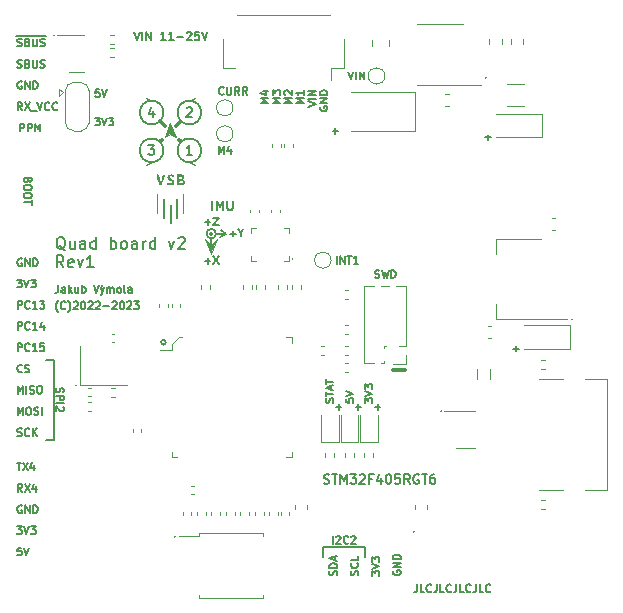
<source format=gbr>
%TF.GenerationSoftware,KiCad,Pcbnew,(6.0.10-0)*%
%TF.CreationDate,2023-01-10T11:53:47+01:00*%
%TF.ProjectId,JFP_board_v2,4a46505f-626f-4617-9264-5f76322e6b69,rev?*%
%TF.SameCoordinates,Original*%
%TF.FileFunction,Legend,Top*%
%TF.FilePolarity,Positive*%
%FSLAX46Y46*%
G04 Gerber Fmt 4.6, Leading zero omitted, Abs format (unit mm)*
G04 Created by KiCad (PCBNEW (6.0.10-0)) date 2023-01-10 11:53:47*
%MOMM*%
%LPD*%
G01*
G04 APERTURE LIST*
%ADD10C,0.160000*%
%ADD11C,0.150000*%
%ADD12C,0.300000*%
%ADD13C,0.200000*%
%ADD14C,0.120000*%
%ADD15C,0.100000*%
%ADD16C,0.152400*%
%ADD17C,0.180000*%
G04 APERTURE END LIST*
D10*
X155100000Y-96900000D02*
X155100000Y-96100000D01*
D11*
X176200000Y-76800000D02*
G75*
G03*
X176200000Y-76800000I-50000J0D01*
G01*
D12*
X161050000Y-81100000D02*
X162050000Y-81100000D01*
D11*
X132350000Y-52750000D02*
G75*
G03*
X132350000Y-52750000I-50000J0D01*
G01*
D10*
X132300000Y-87000000D02*
X131700000Y-87000000D01*
D11*
X142600000Y-95200000D02*
G75*
G03*
X142600000Y-95200000I-50000J0D01*
G01*
X168900000Y-56350000D02*
G75*
G03*
X168900000Y-56350000I-50000J0D01*
G01*
D10*
X132300000Y-80250000D02*
X132300000Y-87000000D01*
X131700000Y-80250000D02*
X132300000Y-80250000D01*
D11*
X141800000Y-78750000D02*
G75*
G03*
X141800000Y-78750000I-200000J0D01*
G01*
D10*
X158700000Y-96100000D02*
X158700000Y-96900000D01*
X155100000Y-96100000D02*
X158700000Y-96100000D01*
D11*
X162800000Y-94775000D02*
G75*
G03*
X162800000Y-94775000I-50000J0D01*
G01*
X165150000Y-84550000D02*
G75*
G03*
X165150000Y-84550000I-50000J0D01*
G01*
X134200000Y-82400000D02*
G75*
G03*
X134200000Y-82400000I-50000J0D01*
G01*
D10*
X156263095Y-98472190D02*
X156294047Y-98379333D01*
X156294047Y-98224571D01*
X156263095Y-98162666D01*
X156232142Y-98131714D01*
X156170238Y-98100761D01*
X156108333Y-98100761D01*
X156046428Y-98131714D01*
X156015476Y-98162666D01*
X155984523Y-98224571D01*
X155953571Y-98348380D01*
X155922619Y-98410285D01*
X155891666Y-98441238D01*
X155829761Y-98472190D01*
X155767857Y-98472190D01*
X155705952Y-98441238D01*
X155675000Y-98410285D01*
X155644047Y-98348380D01*
X155644047Y-98193619D01*
X155675000Y-98100761D01*
X156294047Y-97822190D02*
X155644047Y-97822190D01*
X155644047Y-97667428D01*
X155675000Y-97574571D01*
X155736904Y-97512666D01*
X155798809Y-97481714D01*
X155922619Y-97450761D01*
X156015476Y-97450761D01*
X156139285Y-97481714D01*
X156201190Y-97512666D01*
X156263095Y-97574571D01*
X156294047Y-97667428D01*
X156294047Y-97822190D01*
X156108333Y-97203142D02*
X156108333Y-96893619D01*
X156294047Y-97265047D02*
X155644047Y-97048380D01*
X156294047Y-96831714D01*
X132694476Y-73894047D02*
X132694476Y-74358333D01*
X132663523Y-74451190D01*
X132601619Y-74513095D01*
X132508761Y-74544047D01*
X132446857Y-74544047D01*
X133282571Y-74544047D02*
X133282571Y-74203571D01*
X133251619Y-74141666D01*
X133189714Y-74110714D01*
X133065904Y-74110714D01*
X133004000Y-74141666D01*
X133282571Y-74513095D02*
X133220666Y-74544047D01*
X133065904Y-74544047D01*
X133004000Y-74513095D01*
X132973047Y-74451190D01*
X132973047Y-74389285D01*
X133004000Y-74327380D01*
X133065904Y-74296428D01*
X133220666Y-74296428D01*
X133282571Y-74265476D01*
X133592095Y-74544047D02*
X133592095Y-73894047D01*
X133654000Y-74296428D02*
X133839714Y-74544047D01*
X133839714Y-74110714D02*
X133592095Y-74358333D01*
X134396857Y-74110714D02*
X134396857Y-74544047D01*
X134118285Y-74110714D02*
X134118285Y-74451190D01*
X134149238Y-74513095D01*
X134211142Y-74544047D01*
X134304000Y-74544047D01*
X134365904Y-74513095D01*
X134396857Y-74482142D01*
X134706380Y-74544047D02*
X134706380Y-73894047D01*
X134706380Y-74141666D02*
X134768285Y-74110714D01*
X134892095Y-74110714D01*
X134954000Y-74141666D01*
X134984952Y-74172619D01*
X135015904Y-74234523D01*
X135015904Y-74420238D01*
X134984952Y-74482142D01*
X134954000Y-74513095D01*
X134892095Y-74544047D01*
X134768285Y-74544047D01*
X134706380Y-74513095D01*
X135696857Y-73894047D02*
X135913523Y-74544047D01*
X136130190Y-73894047D01*
X136284952Y-74110714D02*
X136439714Y-74544047D01*
X136594476Y-74110714D02*
X136439714Y-74544047D01*
X136377809Y-74698809D01*
X136346857Y-74729761D01*
X136284952Y-74760714D01*
X136501619Y-73863095D02*
X136408761Y-73955952D01*
X136842095Y-74544047D02*
X136842095Y-74110714D01*
X136842095Y-74172619D02*
X136873047Y-74141666D01*
X136934952Y-74110714D01*
X137027809Y-74110714D01*
X137089714Y-74141666D01*
X137120666Y-74203571D01*
X137120666Y-74544047D01*
X137120666Y-74203571D02*
X137151619Y-74141666D01*
X137213523Y-74110714D01*
X137306380Y-74110714D01*
X137368285Y-74141666D01*
X137399238Y-74203571D01*
X137399238Y-74544047D01*
X137801619Y-74544047D02*
X137739714Y-74513095D01*
X137708761Y-74482142D01*
X137677809Y-74420238D01*
X137677809Y-74234523D01*
X137708761Y-74172619D01*
X137739714Y-74141666D01*
X137801619Y-74110714D01*
X137894476Y-74110714D01*
X137956380Y-74141666D01*
X137987333Y-74172619D01*
X138018285Y-74234523D01*
X138018285Y-74420238D01*
X137987333Y-74482142D01*
X137956380Y-74513095D01*
X137894476Y-74544047D01*
X137801619Y-74544047D01*
X138389714Y-74544047D02*
X138327809Y-74513095D01*
X138296857Y-74451190D01*
X138296857Y-73894047D01*
X138915904Y-74544047D02*
X138915904Y-74203571D01*
X138884952Y-74141666D01*
X138823047Y-74110714D01*
X138699238Y-74110714D01*
X138637333Y-74141666D01*
X138915904Y-74513095D02*
X138854000Y-74544047D01*
X138699238Y-74544047D01*
X138637333Y-74513095D01*
X138606380Y-74451190D01*
X138606380Y-74389285D01*
X138637333Y-74327380D01*
X138699238Y-74296428D01*
X138854000Y-74296428D01*
X138915904Y-74265476D01*
X129458761Y-60894047D02*
X129458761Y-60244047D01*
X129706380Y-60244047D01*
X129768285Y-60275000D01*
X129799238Y-60305952D01*
X129830190Y-60367857D01*
X129830190Y-60460714D01*
X129799238Y-60522619D01*
X129768285Y-60553571D01*
X129706380Y-60584523D01*
X129458761Y-60584523D01*
X130108761Y-60894047D02*
X130108761Y-60244047D01*
X130356380Y-60244047D01*
X130418285Y-60275000D01*
X130449238Y-60305952D01*
X130480190Y-60367857D01*
X130480190Y-60460714D01*
X130449238Y-60522619D01*
X130418285Y-60553571D01*
X130356380Y-60584523D01*
X130108761Y-60584523D01*
X130758761Y-60894047D02*
X130758761Y-60244047D01*
X130975428Y-60708333D01*
X131192095Y-60244047D01*
X131192095Y-60894047D01*
X161075000Y-98100761D02*
X161044047Y-98162666D01*
X161044047Y-98255523D01*
X161075000Y-98348380D01*
X161136904Y-98410285D01*
X161198809Y-98441238D01*
X161322619Y-98472190D01*
X161415476Y-98472190D01*
X161539285Y-98441238D01*
X161601190Y-98410285D01*
X161663095Y-98348380D01*
X161694047Y-98255523D01*
X161694047Y-98193619D01*
X161663095Y-98100761D01*
X161632142Y-98069809D01*
X161415476Y-98069809D01*
X161415476Y-98193619D01*
X161694047Y-97791238D02*
X161044047Y-97791238D01*
X161694047Y-97419809D01*
X161044047Y-97419809D01*
X161694047Y-97110285D02*
X161044047Y-97110285D01*
X161044047Y-96955523D01*
X161075000Y-96862666D01*
X161136904Y-96800761D01*
X161198809Y-96769809D01*
X161322619Y-96738857D01*
X161415476Y-96738857D01*
X161539285Y-96769809D01*
X161601190Y-96800761D01*
X161663095Y-96862666D01*
X161694047Y-96955523D01*
X161694047Y-97110285D01*
X129630190Y-81232142D02*
X129599238Y-81263095D01*
X129506380Y-81294047D01*
X129444476Y-81294047D01*
X129351619Y-81263095D01*
X129289714Y-81201190D01*
X129258761Y-81139285D01*
X129227809Y-81015476D01*
X129227809Y-80922619D01*
X129258761Y-80798809D01*
X129289714Y-80736904D01*
X129351619Y-80675000D01*
X129444476Y-80644047D01*
X129506380Y-80644047D01*
X129599238Y-80675000D01*
X129630190Y-80705952D01*
X129877809Y-81263095D02*
X129970666Y-81294047D01*
X130125428Y-81294047D01*
X130187333Y-81263095D01*
X130218285Y-81232142D01*
X130249238Y-81170238D01*
X130249238Y-81108333D01*
X130218285Y-81046428D01*
X130187333Y-81015476D01*
X130125428Y-80984523D01*
X130001619Y-80953571D01*
X129939714Y-80922619D01*
X129908761Y-80891666D01*
X129877809Y-80829761D01*
X129877809Y-80767857D01*
X129908761Y-80705952D01*
X129939714Y-80675000D01*
X130001619Y-80644047D01*
X130156380Y-80644047D01*
X130249238Y-80675000D01*
X136168285Y-57344047D02*
X135858761Y-57344047D01*
X135827809Y-57653571D01*
X135858761Y-57622619D01*
X135920666Y-57591666D01*
X136075428Y-57591666D01*
X136137333Y-57622619D01*
X136168285Y-57653571D01*
X136199238Y-57715476D01*
X136199238Y-57870238D01*
X136168285Y-57932142D01*
X136137333Y-57963095D01*
X136075428Y-57994047D01*
X135920666Y-57994047D01*
X135858761Y-57963095D01*
X135827809Y-57932142D01*
X136384952Y-57344047D02*
X136601619Y-57994047D01*
X136818285Y-57344047D01*
X129196857Y-94344047D02*
X129599238Y-94344047D01*
X129382571Y-94591666D01*
X129475428Y-94591666D01*
X129537333Y-94622619D01*
X129568285Y-94653571D01*
X129599238Y-94715476D01*
X129599238Y-94870238D01*
X129568285Y-94932142D01*
X129537333Y-94963095D01*
X129475428Y-94994047D01*
X129289714Y-94994047D01*
X129227809Y-94963095D01*
X129196857Y-94932142D01*
X129784952Y-94344047D02*
X130001619Y-94994047D01*
X130218285Y-94344047D01*
X130373047Y-94344047D02*
X130775428Y-94344047D01*
X130558761Y-94591666D01*
X130651619Y-94591666D01*
X130713523Y-94622619D01*
X130744476Y-94653571D01*
X130775428Y-94715476D01*
X130775428Y-94870238D01*
X130744476Y-94932142D01*
X130713523Y-94963095D01*
X130651619Y-94994047D01*
X130465904Y-94994047D01*
X130404000Y-94963095D01*
X130373047Y-94932142D01*
D11*
X156221428Y-84242857D02*
X156678571Y-84242857D01*
X156450000Y-84471428D02*
X156450000Y-84014285D01*
D10*
X154875000Y-58789714D02*
X154844047Y-58851619D01*
X154844047Y-58944476D01*
X154875000Y-59037333D01*
X154936904Y-59099238D01*
X154998809Y-59130190D01*
X155122619Y-59161142D01*
X155215476Y-59161142D01*
X155339285Y-59130190D01*
X155401190Y-59099238D01*
X155463095Y-59037333D01*
X155494047Y-58944476D01*
X155494047Y-58882571D01*
X155463095Y-58789714D01*
X155432142Y-58758761D01*
X155215476Y-58758761D01*
X155215476Y-58882571D01*
X155494047Y-58480190D02*
X154844047Y-58480190D01*
X155494047Y-58108761D01*
X154844047Y-58108761D01*
X155494047Y-57799238D02*
X154844047Y-57799238D01*
X154844047Y-57644476D01*
X154875000Y-57551619D01*
X154936904Y-57489714D01*
X154998809Y-57458761D01*
X155122619Y-57427809D01*
X155215476Y-57427809D01*
X155339285Y-57458761D01*
X155401190Y-57489714D01*
X155463095Y-57551619D01*
X155494047Y-57644476D01*
X155494047Y-57799238D01*
X157044047Y-83531714D02*
X157044047Y-83841238D01*
X157353571Y-83872190D01*
X157322619Y-83841238D01*
X157291666Y-83779333D01*
X157291666Y-83624571D01*
X157322619Y-83562666D01*
X157353571Y-83531714D01*
X157415476Y-83500761D01*
X157570238Y-83500761D01*
X157632142Y-83531714D01*
X157663095Y-83562666D01*
X157694047Y-83624571D01*
X157694047Y-83779333D01*
X157663095Y-83841238D01*
X157632142Y-83872190D01*
X157044047Y-83315047D02*
X157694047Y-83098380D01*
X157044047Y-82881714D01*
X130146428Y-65017857D02*
X130115476Y-65110714D01*
X130084523Y-65141666D01*
X130022619Y-65172619D01*
X129929761Y-65172619D01*
X129867857Y-65141666D01*
X129836904Y-65110714D01*
X129805952Y-65048809D01*
X129805952Y-64801190D01*
X130455952Y-64801190D01*
X130455952Y-65017857D01*
X130425000Y-65079761D01*
X130394047Y-65110714D01*
X130332142Y-65141666D01*
X130270238Y-65141666D01*
X130208333Y-65110714D01*
X130177380Y-65079761D01*
X130146428Y-65017857D01*
X130146428Y-64801190D01*
X130455952Y-65575000D02*
X130455952Y-65698809D01*
X130425000Y-65760714D01*
X130363095Y-65822619D01*
X130239285Y-65853571D01*
X130022619Y-65853571D01*
X129898809Y-65822619D01*
X129836904Y-65760714D01*
X129805952Y-65698809D01*
X129805952Y-65575000D01*
X129836904Y-65513095D01*
X129898809Y-65451190D01*
X130022619Y-65420238D01*
X130239285Y-65420238D01*
X130363095Y-65451190D01*
X130425000Y-65513095D01*
X130455952Y-65575000D01*
X130455952Y-66255952D02*
X130455952Y-66379761D01*
X130425000Y-66441666D01*
X130363095Y-66503571D01*
X130239285Y-66534523D01*
X130022619Y-66534523D01*
X129898809Y-66503571D01*
X129836904Y-66441666D01*
X129805952Y-66379761D01*
X129805952Y-66255952D01*
X129836904Y-66194047D01*
X129898809Y-66132142D01*
X130022619Y-66101190D01*
X130239285Y-66101190D01*
X130363095Y-66132142D01*
X130425000Y-66194047D01*
X130455952Y-66255952D01*
X130455952Y-66720238D02*
X130455952Y-67091666D01*
X129805952Y-66905952D02*
X130455952Y-66905952D01*
X153494047Y-58511142D02*
X152844047Y-58511142D01*
X153308333Y-58294476D01*
X152844047Y-58077809D01*
X153494047Y-58077809D01*
X153494047Y-57427809D02*
X153494047Y-57799238D01*
X153494047Y-57613523D02*
X152844047Y-57613523D01*
X152936904Y-57675428D01*
X152998809Y-57737333D01*
X153029761Y-57799238D01*
X146273809Y-62794047D02*
X146273809Y-62144047D01*
X146490476Y-62608333D01*
X146707142Y-62144047D01*
X146707142Y-62794047D01*
X147295238Y-62360714D02*
X147295238Y-62794047D01*
X147140476Y-62113095D02*
X146985714Y-62577380D01*
X147388095Y-62577380D01*
X129258761Y-84894047D02*
X129258761Y-84244047D01*
X129475428Y-84708333D01*
X129692095Y-84244047D01*
X129692095Y-84894047D01*
X130125428Y-84244047D02*
X130249238Y-84244047D01*
X130311142Y-84275000D01*
X130373047Y-84336904D01*
X130404000Y-84460714D01*
X130404000Y-84677380D01*
X130373047Y-84801190D01*
X130311142Y-84863095D01*
X130249238Y-84894047D01*
X130125428Y-84894047D01*
X130063523Y-84863095D01*
X130001619Y-84801190D01*
X129970666Y-84677380D01*
X129970666Y-84460714D01*
X130001619Y-84336904D01*
X130063523Y-84275000D01*
X130125428Y-84244047D01*
X130651619Y-84863095D02*
X130744476Y-84894047D01*
X130899238Y-84894047D01*
X130961142Y-84863095D01*
X130992095Y-84832142D01*
X131023047Y-84770238D01*
X131023047Y-84708333D01*
X130992095Y-84646428D01*
X130961142Y-84615476D01*
X130899238Y-84584523D01*
X130775428Y-84553571D01*
X130713523Y-84522619D01*
X130682571Y-84491666D01*
X130651619Y-84429761D01*
X130651619Y-84367857D01*
X130682571Y-84305952D01*
X130713523Y-84275000D01*
X130775428Y-84244047D01*
X130930190Y-84244047D01*
X131023047Y-84275000D01*
X131301619Y-84894047D02*
X131301619Y-84244047D01*
X146710714Y-57732142D02*
X146679761Y-57763095D01*
X146586904Y-57794047D01*
X146525000Y-57794047D01*
X146432142Y-57763095D01*
X146370238Y-57701190D01*
X146339285Y-57639285D01*
X146308333Y-57515476D01*
X146308333Y-57422619D01*
X146339285Y-57298809D01*
X146370238Y-57236904D01*
X146432142Y-57175000D01*
X146525000Y-57144047D01*
X146586904Y-57144047D01*
X146679761Y-57175000D01*
X146710714Y-57205952D01*
X146989285Y-57144047D02*
X146989285Y-57670238D01*
X147020238Y-57732142D01*
X147051190Y-57763095D01*
X147113095Y-57794047D01*
X147236904Y-57794047D01*
X147298809Y-57763095D01*
X147329761Y-57732142D01*
X147360714Y-57670238D01*
X147360714Y-57144047D01*
X148041666Y-57794047D02*
X147825000Y-57484523D01*
X147670238Y-57794047D02*
X147670238Y-57144047D01*
X147917857Y-57144047D01*
X147979761Y-57175000D01*
X148010714Y-57205952D01*
X148041666Y-57267857D01*
X148041666Y-57360714D01*
X148010714Y-57422619D01*
X147979761Y-57453571D01*
X147917857Y-57484523D01*
X147670238Y-57484523D01*
X148691666Y-57794047D02*
X148475000Y-57484523D01*
X148320238Y-57794047D02*
X148320238Y-57144047D01*
X148567857Y-57144047D01*
X148629761Y-57175000D01*
X148660714Y-57205952D01*
X148691666Y-57267857D01*
X148691666Y-57360714D01*
X148660714Y-57422619D01*
X148629761Y-57453571D01*
X148567857Y-57484523D01*
X148320238Y-57484523D01*
D11*
X171221428Y-79292857D02*
X171678571Y-79292857D01*
X171450000Y-79521428D02*
X171450000Y-79064285D01*
D10*
X132536904Y-82625000D02*
X132505952Y-82717857D01*
X132505952Y-82872619D01*
X132536904Y-82934523D01*
X132567857Y-82965476D01*
X132629761Y-82996428D01*
X132691666Y-82996428D01*
X132753571Y-82965476D01*
X132784523Y-82934523D01*
X132815476Y-82872619D01*
X132846428Y-82748809D01*
X132877380Y-82686904D01*
X132908333Y-82655952D01*
X132970238Y-82625000D01*
X133032142Y-82625000D01*
X133094047Y-82655952D01*
X133125000Y-82686904D01*
X133155952Y-82748809D01*
X133155952Y-82903571D01*
X133125000Y-82996428D01*
X132505952Y-83275000D02*
X133155952Y-83275000D01*
X133155952Y-83522619D01*
X133125000Y-83584523D01*
X133094047Y-83615476D01*
X133032142Y-83646428D01*
X132939285Y-83646428D01*
X132877380Y-83615476D01*
X132846428Y-83584523D01*
X132815476Y-83522619D01*
X132815476Y-83275000D01*
X132505952Y-83925000D02*
X133155952Y-83925000D01*
X133094047Y-84203571D02*
X133125000Y-84234523D01*
X133155952Y-84296428D01*
X133155952Y-84451190D01*
X133125000Y-84513095D01*
X133094047Y-84544047D01*
X133032142Y-84575000D01*
X132970238Y-84575000D01*
X132877380Y-84544047D01*
X132505952Y-84172619D01*
X132505952Y-84575000D01*
X157260285Y-55844047D02*
X157476952Y-56494047D01*
X157693619Y-55844047D01*
X157910285Y-56494047D02*
X157910285Y-55844047D01*
X158219809Y-56494047D02*
X158219809Y-55844047D01*
X158591238Y-56494047D01*
X158591238Y-55844047D01*
X129568285Y-96144047D02*
X129258761Y-96144047D01*
X129227809Y-96453571D01*
X129258761Y-96422619D01*
X129320666Y-96391666D01*
X129475428Y-96391666D01*
X129537333Y-96422619D01*
X129568285Y-96453571D01*
X129599238Y-96515476D01*
X129599238Y-96670238D01*
X129568285Y-96732142D01*
X129537333Y-96763095D01*
X129475428Y-96794047D01*
X129320666Y-96794047D01*
X129258761Y-96763095D01*
X129227809Y-96732142D01*
X129784952Y-96144047D02*
X130001619Y-96794047D01*
X130218285Y-96144047D01*
X150494047Y-58511142D02*
X149844047Y-58511142D01*
X150308333Y-58294476D01*
X149844047Y-58077809D01*
X150494047Y-58077809D01*
X150060714Y-57489714D02*
X150494047Y-57489714D01*
X149813095Y-57644476D02*
X150277380Y-57799238D01*
X150277380Y-57396857D01*
X129599238Y-92575000D02*
X129537333Y-92544047D01*
X129444476Y-92544047D01*
X129351619Y-92575000D01*
X129289714Y-92636904D01*
X129258761Y-92698809D01*
X129227809Y-92822619D01*
X129227809Y-92915476D01*
X129258761Y-93039285D01*
X129289714Y-93101190D01*
X129351619Y-93163095D01*
X129444476Y-93194047D01*
X129506380Y-93194047D01*
X129599238Y-93163095D01*
X129630190Y-93132142D01*
X129630190Y-92915476D01*
X129506380Y-92915476D01*
X129908761Y-93194047D02*
X129908761Y-92544047D01*
X130280190Y-93194047D01*
X130280190Y-92544047D01*
X130589714Y-93194047D02*
X130589714Y-92544047D01*
X130744476Y-92544047D01*
X130837333Y-92575000D01*
X130899238Y-92636904D01*
X130930190Y-92698809D01*
X130961142Y-92822619D01*
X130961142Y-92915476D01*
X130930190Y-93039285D01*
X130899238Y-93101190D01*
X130837333Y-93163095D01*
X130744476Y-93194047D01*
X130589714Y-93194047D01*
X153844047Y-58789714D02*
X154494047Y-58573047D01*
X153844047Y-58356380D01*
X154494047Y-58139714D02*
X153844047Y-58139714D01*
X154494047Y-57830190D02*
X153844047Y-57830190D01*
X154494047Y-57458761D01*
X153844047Y-57458761D01*
X158644047Y-83903142D02*
X158644047Y-83500761D01*
X158891666Y-83717428D01*
X158891666Y-83624571D01*
X158922619Y-83562666D01*
X158953571Y-83531714D01*
X159015476Y-83500761D01*
X159170238Y-83500761D01*
X159232142Y-83531714D01*
X159263095Y-83562666D01*
X159294047Y-83624571D01*
X159294047Y-83810285D01*
X159263095Y-83872190D01*
X159232142Y-83903142D01*
X158644047Y-83315047D02*
X159294047Y-83098380D01*
X158644047Y-82881714D01*
X158644047Y-82726952D02*
X158644047Y-82324571D01*
X158891666Y-82541238D01*
X158891666Y-82448380D01*
X158922619Y-82386476D01*
X158953571Y-82355523D01*
X159015476Y-82324571D01*
X159170238Y-82324571D01*
X159232142Y-82355523D01*
X159263095Y-82386476D01*
X159294047Y-82448380D01*
X159294047Y-82634095D01*
X159263095Y-82696000D01*
X159232142Y-82726952D01*
X155176190Y-90698809D02*
X155290476Y-90736904D01*
X155480952Y-90736904D01*
X155557142Y-90698809D01*
X155595238Y-90660714D01*
X155633333Y-90584523D01*
X155633333Y-90508333D01*
X155595238Y-90432142D01*
X155557142Y-90394047D01*
X155480952Y-90355952D01*
X155328571Y-90317857D01*
X155252380Y-90279761D01*
X155214285Y-90241666D01*
X155176190Y-90165476D01*
X155176190Y-90089285D01*
X155214285Y-90013095D01*
X155252380Y-89975000D01*
X155328571Y-89936904D01*
X155519047Y-89936904D01*
X155633333Y-89975000D01*
X155861904Y-89936904D02*
X156319047Y-89936904D01*
X156090476Y-90736904D02*
X156090476Y-89936904D01*
X156585714Y-90736904D02*
X156585714Y-89936904D01*
X156852380Y-90508333D01*
X157119047Y-89936904D01*
X157119047Y-90736904D01*
X157423809Y-89936904D02*
X157919047Y-89936904D01*
X157652380Y-90241666D01*
X157766666Y-90241666D01*
X157842857Y-90279761D01*
X157880952Y-90317857D01*
X157919047Y-90394047D01*
X157919047Y-90584523D01*
X157880952Y-90660714D01*
X157842857Y-90698809D01*
X157766666Y-90736904D01*
X157538095Y-90736904D01*
X157461904Y-90698809D01*
X157423809Y-90660714D01*
X158223809Y-90013095D02*
X158261904Y-89975000D01*
X158338095Y-89936904D01*
X158528571Y-89936904D01*
X158604761Y-89975000D01*
X158642857Y-90013095D01*
X158680952Y-90089285D01*
X158680952Y-90165476D01*
X158642857Y-90279761D01*
X158185714Y-90736904D01*
X158680952Y-90736904D01*
X159290476Y-90317857D02*
X159023809Y-90317857D01*
X159023809Y-90736904D02*
X159023809Y-89936904D01*
X159404761Y-89936904D01*
X160052380Y-90203571D02*
X160052380Y-90736904D01*
X159861904Y-89898809D02*
X159671428Y-90470238D01*
X160166666Y-90470238D01*
X160623809Y-89936904D02*
X160700000Y-89936904D01*
X160776190Y-89975000D01*
X160814285Y-90013095D01*
X160852380Y-90089285D01*
X160890476Y-90241666D01*
X160890476Y-90432142D01*
X160852380Y-90584523D01*
X160814285Y-90660714D01*
X160776190Y-90698809D01*
X160700000Y-90736904D01*
X160623809Y-90736904D01*
X160547619Y-90698809D01*
X160509523Y-90660714D01*
X160471428Y-90584523D01*
X160433333Y-90432142D01*
X160433333Y-90241666D01*
X160471428Y-90089285D01*
X160509523Y-90013095D01*
X160547619Y-89975000D01*
X160623809Y-89936904D01*
X161614285Y-89936904D02*
X161233333Y-89936904D01*
X161195238Y-90317857D01*
X161233333Y-90279761D01*
X161309523Y-90241666D01*
X161500000Y-90241666D01*
X161576190Y-90279761D01*
X161614285Y-90317857D01*
X161652380Y-90394047D01*
X161652380Y-90584523D01*
X161614285Y-90660714D01*
X161576190Y-90698809D01*
X161500000Y-90736904D01*
X161309523Y-90736904D01*
X161233333Y-90698809D01*
X161195238Y-90660714D01*
X162452380Y-90736904D02*
X162185714Y-90355952D01*
X161995238Y-90736904D02*
X161995238Y-89936904D01*
X162300000Y-89936904D01*
X162376190Y-89975000D01*
X162414285Y-90013095D01*
X162452380Y-90089285D01*
X162452380Y-90203571D01*
X162414285Y-90279761D01*
X162376190Y-90317857D01*
X162300000Y-90355952D01*
X161995238Y-90355952D01*
X163214285Y-89975000D02*
X163138095Y-89936904D01*
X163023809Y-89936904D01*
X162909523Y-89975000D01*
X162833333Y-90051190D01*
X162795238Y-90127380D01*
X162757142Y-90279761D01*
X162757142Y-90394047D01*
X162795238Y-90546428D01*
X162833333Y-90622619D01*
X162909523Y-90698809D01*
X163023809Y-90736904D01*
X163100000Y-90736904D01*
X163214285Y-90698809D01*
X163252380Y-90660714D01*
X163252380Y-90394047D01*
X163100000Y-90394047D01*
X163480952Y-89936904D02*
X163938095Y-89936904D01*
X163709523Y-90736904D02*
X163709523Y-89936904D01*
X164547619Y-89936904D02*
X164395238Y-89936904D01*
X164319047Y-89975000D01*
X164280952Y-90013095D01*
X164204761Y-90127380D01*
X164166666Y-90279761D01*
X164166666Y-90584523D01*
X164204761Y-90660714D01*
X164242857Y-90698809D01*
X164319047Y-90736904D01*
X164471428Y-90736904D01*
X164547619Y-90698809D01*
X164585714Y-90660714D01*
X164623809Y-90584523D01*
X164623809Y-90394047D01*
X164585714Y-90317857D01*
X164547619Y-90279761D01*
X164471428Y-90241666D01*
X164319047Y-90241666D01*
X164242857Y-90279761D01*
X164204761Y-90317857D01*
X164166666Y-90394047D01*
X129630190Y-59094047D02*
X129413523Y-58784523D01*
X129258761Y-59094047D02*
X129258761Y-58444047D01*
X129506380Y-58444047D01*
X129568285Y-58475000D01*
X129599238Y-58505952D01*
X129630190Y-58567857D01*
X129630190Y-58660714D01*
X129599238Y-58722619D01*
X129568285Y-58753571D01*
X129506380Y-58784523D01*
X129258761Y-58784523D01*
X129846857Y-58444047D02*
X130280190Y-59094047D01*
X130280190Y-58444047D02*
X129846857Y-59094047D01*
X130373047Y-59155952D02*
X130868285Y-59155952D01*
X130930190Y-58444047D02*
X131146857Y-59094047D01*
X131363523Y-58444047D01*
X131951619Y-59032142D02*
X131920666Y-59063095D01*
X131827809Y-59094047D01*
X131765904Y-59094047D01*
X131673047Y-59063095D01*
X131611142Y-59001190D01*
X131580190Y-58939285D01*
X131549238Y-58815476D01*
X131549238Y-58722619D01*
X131580190Y-58598809D01*
X131611142Y-58536904D01*
X131673047Y-58475000D01*
X131765904Y-58444047D01*
X131827809Y-58444047D01*
X131920666Y-58475000D01*
X131951619Y-58505952D01*
X132601619Y-59032142D02*
X132570666Y-59063095D01*
X132477809Y-59094047D01*
X132415904Y-59094047D01*
X132323047Y-59063095D01*
X132261142Y-59001190D01*
X132230190Y-58939285D01*
X132199238Y-58815476D01*
X132199238Y-58722619D01*
X132230190Y-58598809D01*
X132261142Y-58536904D01*
X132323047Y-58475000D01*
X132415904Y-58444047D01*
X132477809Y-58444047D01*
X132570666Y-58475000D01*
X132601619Y-58505952D01*
X158063095Y-98472190D02*
X158094047Y-98379333D01*
X158094047Y-98224571D01*
X158063095Y-98162666D01*
X158032142Y-98131714D01*
X157970238Y-98100761D01*
X157908333Y-98100761D01*
X157846428Y-98131714D01*
X157815476Y-98162666D01*
X157784523Y-98224571D01*
X157753571Y-98348380D01*
X157722619Y-98410285D01*
X157691666Y-98441238D01*
X157629761Y-98472190D01*
X157567857Y-98472190D01*
X157505952Y-98441238D01*
X157475000Y-98410285D01*
X157444047Y-98348380D01*
X157444047Y-98193619D01*
X157475000Y-98100761D01*
X158032142Y-97450761D02*
X158063095Y-97481714D01*
X158094047Y-97574571D01*
X158094047Y-97636476D01*
X158063095Y-97729333D01*
X158001190Y-97791238D01*
X157939285Y-97822190D01*
X157815476Y-97853142D01*
X157722619Y-97853142D01*
X157598809Y-97822190D01*
X157536904Y-97791238D01*
X157475000Y-97729333D01*
X157444047Y-97636476D01*
X157444047Y-97574571D01*
X157475000Y-97481714D01*
X157505952Y-97450761D01*
X158094047Y-96862666D02*
X158094047Y-97172190D01*
X157444047Y-97172190D01*
X139125000Y-52466666D02*
X139358333Y-53166666D01*
X139591666Y-52466666D01*
X139825000Y-53166666D02*
X139825000Y-52466666D01*
X140158333Y-53166666D02*
X140158333Y-52466666D01*
X140558333Y-53166666D01*
X140558333Y-52466666D01*
X141791666Y-53166666D02*
X141391666Y-53166666D01*
X141591666Y-53166666D02*
X141591666Y-52466666D01*
X141525000Y-52566666D01*
X141458333Y-52633333D01*
X141391666Y-52666666D01*
X142458333Y-53166666D02*
X142058333Y-53166666D01*
X142258333Y-53166666D02*
X142258333Y-52466666D01*
X142191666Y-52566666D01*
X142125000Y-52633333D01*
X142058333Y-52666666D01*
X142758333Y-52900000D02*
X143291666Y-52900000D01*
X143591666Y-52533333D02*
X143625000Y-52500000D01*
X143691666Y-52466666D01*
X143858333Y-52466666D01*
X143925000Y-52500000D01*
X143958333Y-52533333D01*
X143991666Y-52600000D01*
X143991666Y-52666666D01*
X143958333Y-52766666D01*
X143558333Y-53166666D01*
X143991666Y-53166666D01*
X144625000Y-52466666D02*
X144291666Y-52466666D01*
X144258333Y-52800000D01*
X144291666Y-52766666D01*
X144358333Y-52733333D01*
X144525000Y-52733333D01*
X144591666Y-52766666D01*
X144625000Y-52800000D01*
X144658333Y-52866666D01*
X144658333Y-53033333D01*
X144625000Y-53100000D01*
X144591666Y-53133333D01*
X144525000Y-53166666D01*
X144358333Y-53166666D01*
X144291666Y-53133333D01*
X144258333Y-53100000D01*
X144858333Y-52466666D02*
X145091666Y-53166666D01*
X145325000Y-52466666D01*
D11*
X168871428Y-61392857D02*
X169328571Y-61392857D01*
X169100000Y-61621428D02*
X169100000Y-61164285D01*
D10*
X151494047Y-58511142D02*
X150844047Y-58511142D01*
X151308333Y-58294476D01*
X150844047Y-58077809D01*
X151494047Y-58077809D01*
X150844047Y-57830190D02*
X150844047Y-57427809D01*
X151091666Y-57644476D01*
X151091666Y-57551619D01*
X151122619Y-57489714D01*
X151153571Y-57458761D01*
X151215476Y-57427809D01*
X151370238Y-57427809D01*
X151432142Y-57458761D01*
X151463095Y-57489714D01*
X151494047Y-57551619D01*
X151494047Y-57737333D01*
X151463095Y-57799238D01*
X151432142Y-57830190D01*
X152494047Y-58511142D02*
X151844047Y-58511142D01*
X152308333Y-58294476D01*
X151844047Y-58077809D01*
X152494047Y-58077809D01*
X151905952Y-57799238D02*
X151875000Y-57768285D01*
X151844047Y-57706380D01*
X151844047Y-57551619D01*
X151875000Y-57489714D01*
X151905952Y-57458761D01*
X151967857Y-57427809D01*
X152029761Y-57427809D01*
X152122619Y-57458761D01*
X152494047Y-57830190D01*
X152494047Y-57427809D01*
X155963095Y-83872190D02*
X155994047Y-83779333D01*
X155994047Y-83624571D01*
X155963095Y-83562666D01*
X155932142Y-83531714D01*
X155870238Y-83500761D01*
X155808333Y-83500761D01*
X155746428Y-83531714D01*
X155715476Y-83562666D01*
X155684523Y-83624571D01*
X155653571Y-83748380D01*
X155622619Y-83810285D01*
X155591666Y-83841238D01*
X155529761Y-83872190D01*
X155467857Y-83872190D01*
X155405952Y-83841238D01*
X155375000Y-83810285D01*
X155344047Y-83748380D01*
X155344047Y-83593619D01*
X155375000Y-83500761D01*
X155344047Y-83315047D02*
X155344047Y-82943619D01*
X155994047Y-83129333D02*
X155344047Y-83129333D01*
X155808333Y-82757904D02*
X155808333Y-82448380D01*
X155994047Y-82819809D02*
X155344047Y-82603142D01*
X155994047Y-82386476D01*
X155344047Y-82262666D02*
X155344047Y-81891238D01*
X155994047Y-82076952D02*
X155344047Y-82076952D01*
X129227809Y-86663095D02*
X129320666Y-86694047D01*
X129475428Y-86694047D01*
X129537333Y-86663095D01*
X129568285Y-86632142D01*
X129599238Y-86570238D01*
X129599238Y-86508333D01*
X129568285Y-86446428D01*
X129537333Y-86415476D01*
X129475428Y-86384523D01*
X129351619Y-86353571D01*
X129289714Y-86322619D01*
X129258761Y-86291666D01*
X129227809Y-86229761D01*
X129227809Y-86167857D01*
X129258761Y-86105952D01*
X129289714Y-86075000D01*
X129351619Y-86044047D01*
X129506380Y-86044047D01*
X129599238Y-86075000D01*
X130249238Y-86632142D02*
X130218285Y-86663095D01*
X130125428Y-86694047D01*
X130063523Y-86694047D01*
X129970666Y-86663095D01*
X129908761Y-86601190D01*
X129877809Y-86539285D01*
X129846857Y-86415476D01*
X129846857Y-86322619D01*
X129877809Y-86198809D01*
X129908761Y-86136904D01*
X129970666Y-86075000D01*
X130063523Y-86044047D01*
X130125428Y-86044047D01*
X130218285Y-86075000D01*
X130249238Y-86105952D01*
X130527809Y-86694047D02*
X130527809Y-86044047D01*
X130899238Y-86694047D02*
X130620666Y-86322619D01*
X130899238Y-86044047D02*
X130527809Y-86415476D01*
X129196857Y-73444047D02*
X129599238Y-73444047D01*
X129382571Y-73691666D01*
X129475428Y-73691666D01*
X129537333Y-73722619D01*
X129568285Y-73753571D01*
X129599238Y-73815476D01*
X129599238Y-73970238D01*
X129568285Y-74032142D01*
X129537333Y-74063095D01*
X129475428Y-74094047D01*
X129289714Y-74094047D01*
X129227809Y-74063095D01*
X129196857Y-74032142D01*
X129784952Y-73444047D02*
X130001619Y-74094047D01*
X130218285Y-73444047D01*
X130373047Y-73444047D02*
X130775428Y-73444047D01*
X130558761Y-73691666D01*
X130651619Y-73691666D01*
X130713523Y-73722619D01*
X130744476Y-73753571D01*
X130775428Y-73815476D01*
X130775428Y-73970238D01*
X130744476Y-74032142D01*
X130713523Y-74063095D01*
X130651619Y-74094047D01*
X130465904Y-74094047D01*
X130404000Y-74063095D01*
X130373047Y-74032142D01*
D11*
X159521428Y-84242857D02*
X159978571Y-84242857D01*
X159750000Y-84471428D02*
X159750000Y-84014285D01*
D13*
X145723809Y-67561904D02*
X145723809Y-66761904D01*
X146104761Y-67561904D02*
X146104761Y-66761904D01*
X146371428Y-67333333D01*
X146638095Y-66761904D01*
X146638095Y-67561904D01*
X147019047Y-66761904D02*
X147019047Y-67409523D01*
X147057142Y-67485714D01*
X147095238Y-67523809D01*
X147171428Y-67561904D01*
X147323809Y-67561904D01*
X147400000Y-67523809D01*
X147438095Y-67485714D01*
X147476190Y-67409523D01*
X147476190Y-66761904D01*
D10*
X155955952Y-95794047D02*
X155955952Y-95144047D01*
X156234523Y-95205952D02*
X156265476Y-95175000D01*
X156327380Y-95144047D01*
X156482142Y-95144047D01*
X156544047Y-95175000D01*
X156575000Y-95205952D01*
X156605952Y-95267857D01*
X156605952Y-95329761D01*
X156575000Y-95422619D01*
X156203571Y-95794047D01*
X156605952Y-95794047D01*
X157255952Y-95732142D02*
X157225000Y-95763095D01*
X157132142Y-95794047D01*
X157070238Y-95794047D01*
X156977380Y-95763095D01*
X156915476Y-95701190D01*
X156884523Y-95639285D01*
X156853571Y-95515476D01*
X156853571Y-95422619D01*
X156884523Y-95298809D01*
X156915476Y-95236904D01*
X156977380Y-95175000D01*
X157070238Y-95144047D01*
X157132142Y-95144047D01*
X157225000Y-95175000D01*
X157255952Y-95205952D01*
X157503571Y-95205952D02*
X157534523Y-95175000D01*
X157596428Y-95144047D01*
X157751190Y-95144047D01*
X157813095Y-95175000D01*
X157844047Y-95205952D01*
X157875000Y-95267857D01*
X157875000Y-95329761D01*
X157844047Y-95422619D01*
X157472619Y-95794047D01*
X157875000Y-95794047D01*
X132694476Y-76191666D02*
X132663523Y-76160714D01*
X132601619Y-76067857D01*
X132570666Y-76005952D01*
X132539714Y-75913095D01*
X132508761Y-75758333D01*
X132508761Y-75634523D01*
X132539714Y-75479761D01*
X132570666Y-75386904D01*
X132601619Y-75325000D01*
X132663523Y-75232142D01*
X132694476Y-75201190D01*
X133313523Y-75882142D02*
X133282571Y-75913095D01*
X133189714Y-75944047D01*
X133127809Y-75944047D01*
X133034952Y-75913095D01*
X132973047Y-75851190D01*
X132942095Y-75789285D01*
X132911142Y-75665476D01*
X132911142Y-75572619D01*
X132942095Y-75448809D01*
X132973047Y-75386904D01*
X133034952Y-75325000D01*
X133127809Y-75294047D01*
X133189714Y-75294047D01*
X133282571Y-75325000D01*
X133313523Y-75355952D01*
X133530190Y-76191666D02*
X133561142Y-76160714D01*
X133623047Y-76067857D01*
X133654000Y-76005952D01*
X133684952Y-75913095D01*
X133715904Y-75758333D01*
X133715904Y-75634523D01*
X133684952Y-75479761D01*
X133654000Y-75386904D01*
X133623047Y-75325000D01*
X133561142Y-75232142D01*
X133530190Y-75201190D01*
X133994476Y-75355952D02*
X134025428Y-75325000D01*
X134087333Y-75294047D01*
X134242095Y-75294047D01*
X134304000Y-75325000D01*
X134334952Y-75355952D01*
X134365904Y-75417857D01*
X134365904Y-75479761D01*
X134334952Y-75572619D01*
X133963523Y-75944047D01*
X134365904Y-75944047D01*
X134768285Y-75294047D02*
X134830190Y-75294047D01*
X134892095Y-75325000D01*
X134923047Y-75355952D01*
X134954000Y-75417857D01*
X134984952Y-75541666D01*
X134984952Y-75696428D01*
X134954000Y-75820238D01*
X134923047Y-75882142D01*
X134892095Y-75913095D01*
X134830190Y-75944047D01*
X134768285Y-75944047D01*
X134706380Y-75913095D01*
X134675428Y-75882142D01*
X134644476Y-75820238D01*
X134613523Y-75696428D01*
X134613523Y-75541666D01*
X134644476Y-75417857D01*
X134675428Y-75355952D01*
X134706380Y-75325000D01*
X134768285Y-75294047D01*
X135232571Y-75355952D02*
X135263523Y-75325000D01*
X135325428Y-75294047D01*
X135480190Y-75294047D01*
X135542095Y-75325000D01*
X135573047Y-75355952D01*
X135604000Y-75417857D01*
X135604000Y-75479761D01*
X135573047Y-75572619D01*
X135201619Y-75944047D01*
X135604000Y-75944047D01*
X135851619Y-75355952D02*
X135882571Y-75325000D01*
X135944476Y-75294047D01*
X136099238Y-75294047D01*
X136161142Y-75325000D01*
X136192095Y-75355952D01*
X136223047Y-75417857D01*
X136223047Y-75479761D01*
X136192095Y-75572619D01*
X135820666Y-75944047D01*
X136223047Y-75944047D01*
X136501619Y-75696428D02*
X136996857Y-75696428D01*
X137275428Y-75355952D02*
X137306380Y-75325000D01*
X137368285Y-75294047D01*
X137523047Y-75294047D01*
X137584952Y-75325000D01*
X137615904Y-75355952D01*
X137646857Y-75417857D01*
X137646857Y-75479761D01*
X137615904Y-75572619D01*
X137244476Y-75944047D01*
X137646857Y-75944047D01*
X138049238Y-75294047D02*
X138111142Y-75294047D01*
X138173047Y-75325000D01*
X138204000Y-75355952D01*
X138234952Y-75417857D01*
X138265904Y-75541666D01*
X138265904Y-75696428D01*
X138234952Y-75820238D01*
X138204000Y-75882142D01*
X138173047Y-75913095D01*
X138111142Y-75944047D01*
X138049238Y-75944047D01*
X137987333Y-75913095D01*
X137956380Y-75882142D01*
X137925428Y-75820238D01*
X137894476Y-75696428D01*
X137894476Y-75541666D01*
X137925428Y-75417857D01*
X137956380Y-75355952D01*
X137987333Y-75325000D01*
X138049238Y-75294047D01*
X138513523Y-75355952D02*
X138544476Y-75325000D01*
X138606380Y-75294047D01*
X138761142Y-75294047D01*
X138823047Y-75325000D01*
X138854000Y-75355952D01*
X138884952Y-75417857D01*
X138884952Y-75479761D01*
X138854000Y-75572619D01*
X138482571Y-75944047D01*
X138884952Y-75944047D01*
X139101619Y-75294047D02*
X139504000Y-75294047D01*
X139287333Y-75541666D01*
X139380190Y-75541666D01*
X139442095Y-75572619D01*
X139473047Y-75603571D01*
X139504000Y-75665476D01*
X139504000Y-75820238D01*
X139473047Y-75882142D01*
X139442095Y-75913095D01*
X139380190Y-75944047D01*
X139194476Y-75944047D01*
X139132571Y-75913095D01*
X139101619Y-75882142D01*
X156258761Y-72094047D02*
X156258761Y-71444047D01*
X156568285Y-72094047D02*
X156568285Y-71444047D01*
X156939714Y-72094047D01*
X156939714Y-71444047D01*
X157156380Y-71444047D02*
X157527809Y-71444047D01*
X157342095Y-72094047D02*
X157342095Y-71444047D01*
X158084952Y-72094047D02*
X157713523Y-72094047D01*
X157899238Y-72094047D02*
X157899238Y-71444047D01*
X157837333Y-71536904D01*
X157775428Y-71598809D01*
X157713523Y-71629761D01*
D13*
X133284761Y-70947619D02*
X133189523Y-70900000D01*
X133094285Y-70804761D01*
X132951428Y-70661904D01*
X132856190Y-70614285D01*
X132760952Y-70614285D01*
X132808571Y-70852380D02*
X132713333Y-70804761D01*
X132618095Y-70709523D01*
X132570476Y-70519047D01*
X132570476Y-70185714D01*
X132618095Y-69995238D01*
X132713333Y-69900000D01*
X132808571Y-69852380D01*
X132999047Y-69852380D01*
X133094285Y-69900000D01*
X133189523Y-69995238D01*
X133237142Y-70185714D01*
X133237142Y-70519047D01*
X133189523Y-70709523D01*
X133094285Y-70804761D01*
X132999047Y-70852380D01*
X132808571Y-70852380D01*
X134094285Y-70185714D02*
X134094285Y-70852380D01*
X133665714Y-70185714D02*
X133665714Y-70709523D01*
X133713333Y-70804761D01*
X133808571Y-70852380D01*
X133951428Y-70852380D01*
X134046666Y-70804761D01*
X134094285Y-70757142D01*
X134999047Y-70852380D02*
X134999047Y-70328571D01*
X134951428Y-70233333D01*
X134856190Y-70185714D01*
X134665714Y-70185714D01*
X134570476Y-70233333D01*
X134999047Y-70804761D02*
X134903809Y-70852380D01*
X134665714Y-70852380D01*
X134570476Y-70804761D01*
X134522857Y-70709523D01*
X134522857Y-70614285D01*
X134570476Y-70519047D01*
X134665714Y-70471428D01*
X134903809Y-70471428D01*
X134999047Y-70423809D01*
X135903809Y-70852380D02*
X135903809Y-69852380D01*
X135903809Y-70804761D02*
X135808571Y-70852380D01*
X135618095Y-70852380D01*
X135522857Y-70804761D01*
X135475238Y-70757142D01*
X135427619Y-70661904D01*
X135427619Y-70376190D01*
X135475238Y-70280952D01*
X135522857Y-70233333D01*
X135618095Y-70185714D01*
X135808571Y-70185714D01*
X135903809Y-70233333D01*
X137141904Y-70852380D02*
X137141904Y-69852380D01*
X137141904Y-70233333D02*
X137237142Y-70185714D01*
X137427619Y-70185714D01*
X137522857Y-70233333D01*
X137570476Y-70280952D01*
X137618095Y-70376190D01*
X137618095Y-70661904D01*
X137570476Y-70757142D01*
X137522857Y-70804761D01*
X137427619Y-70852380D01*
X137237142Y-70852380D01*
X137141904Y-70804761D01*
X138189523Y-70852380D02*
X138094285Y-70804761D01*
X138046666Y-70757142D01*
X137999047Y-70661904D01*
X137999047Y-70376190D01*
X138046666Y-70280952D01*
X138094285Y-70233333D01*
X138189523Y-70185714D01*
X138332380Y-70185714D01*
X138427619Y-70233333D01*
X138475238Y-70280952D01*
X138522857Y-70376190D01*
X138522857Y-70661904D01*
X138475238Y-70757142D01*
X138427619Y-70804761D01*
X138332380Y-70852380D01*
X138189523Y-70852380D01*
X139380000Y-70852380D02*
X139380000Y-70328571D01*
X139332380Y-70233333D01*
X139237142Y-70185714D01*
X139046666Y-70185714D01*
X138951428Y-70233333D01*
X139380000Y-70804761D02*
X139284761Y-70852380D01*
X139046666Y-70852380D01*
X138951428Y-70804761D01*
X138903809Y-70709523D01*
X138903809Y-70614285D01*
X138951428Y-70519047D01*
X139046666Y-70471428D01*
X139284761Y-70471428D01*
X139380000Y-70423809D01*
X139856190Y-70852380D02*
X139856190Y-70185714D01*
X139856190Y-70376190D02*
X139903809Y-70280952D01*
X139951428Y-70233333D01*
X140046666Y-70185714D01*
X140141904Y-70185714D01*
X140903809Y-70852380D02*
X140903809Y-69852380D01*
X140903809Y-70804761D02*
X140808571Y-70852380D01*
X140618095Y-70852380D01*
X140522857Y-70804761D01*
X140475238Y-70757142D01*
X140427619Y-70661904D01*
X140427619Y-70376190D01*
X140475238Y-70280952D01*
X140522857Y-70233333D01*
X140618095Y-70185714D01*
X140808571Y-70185714D01*
X140903809Y-70233333D01*
X142046666Y-70185714D02*
X142284761Y-70852380D01*
X142522857Y-70185714D01*
X142856190Y-69947619D02*
X142903809Y-69900000D01*
X142999047Y-69852380D01*
X143237142Y-69852380D01*
X143332380Y-69900000D01*
X143380000Y-69947619D01*
X143427619Y-70042857D01*
X143427619Y-70138095D01*
X143380000Y-70280952D01*
X142808571Y-70852380D01*
X143427619Y-70852380D01*
D10*
X129258761Y-79494047D02*
X129258761Y-78844047D01*
X129506380Y-78844047D01*
X129568285Y-78875000D01*
X129599238Y-78905952D01*
X129630190Y-78967857D01*
X129630190Y-79060714D01*
X129599238Y-79122619D01*
X129568285Y-79153571D01*
X129506380Y-79184523D01*
X129258761Y-79184523D01*
X130280190Y-79432142D02*
X130249238Y-79463095D01*
X130156380Y-79494047D01*
X130094476Y-79494047D01*
X130001619Y-79463095D01*
X129939714Y-79401190D01*
X129908761Y-79339285D01*
X129877809Y-79215476D01*
X129877809Y-79122619D01*
X129908761Y-78998809D01*
X129939714Y-78936904D01*
X130001619Y-78875000D01*
X130094476Y-78844047D01*
X130156380Y-78844047D01*
X130249238Y-78875000D01*
X130280190Y-78905952D01*
X130899238Y-79494047D02*
X130527809Y-79494047D01*
X130713523Y-79494047D02*
X130713523Y-78844047D01*
X130651619Y-78936904D01*
X130589714Y-78998809D01*
X130527809Y-79029761D01*
X131487333Y-78844047D02*
X131177809Y-78844047D01*
X131146857Y-79153571D01*
X131177809Y-79122619D01*
X131239714Y-79091666D01*
X131394476Y-79091666D01*
X131456380Y-79122619D01*
X131487333Y-79153571D01*
X131518285Y-79215476D01*
X131518285Y-79370238D01*
X131487333Y-79432142D01*
X131456380Y-79463095D01*
X131394476Y-79494047D01*
X131239714Y-79494047D01*
X131177809Y-79463095D01*
X131146857Y-79432142D01*
D11*
X156378571Y-60857142D02*
X155921428Y-60857142D01*
X156150000Y-60628571D02*
X156150000Y-61085714D01*
D10*
X129227809Y-55463095D02*
X129320666Y-55494047D01*
X129475428Y-55494047D01*
X129537333Y-55463095D01*
X129568285Y-55432142D01*
X129599238Y-55370238D01*
X129599238Y-55308333D01*
X129568285Y-55246428D01*
X129537333Y-55215476D01*
X129475428Y-55184523D01*
X129351619Y-55153571D01*
X129289714Y-55122619D01*
X129258761Y-55091666D01*
X129227809Y-55029761D01*
X129227809Y-54967857D01*
X129258761Y-54905952D01*
X129289714Y-54875000D01*
X129351619Y-54844047D01*
X129506380Y-54844047D01*
X129599238Y-54875000D01*
X130094476Y-55153571D02*
X130187333Y-55184523D01*
X130218285Y-55215476D01*
X130249238Y-55277380D01*
X130249238Y-55370238D01*
X130218285Y-55432142D01*
X130187333Y-55463095D01*
X130125428Y-55494047D01*
X129877809Y-55494047D01*
X129877809Y-54844047D01*
X130094476Y-54844047D01*
X130156380Y-54875000D01*
X130187333Y-54905952D01*
X130218285Y-54967857D01*
X130218285Y-55029761D01*
X130187333Y-55091666D01*
X130156380Y-55122619D01*
X130094476Y-55153571D01*
X129877809Y-55153571D01*
X130527809Y-54844047D02*
X130527809Y-55370238D01*
X130558761Y-55432142D01*
X130589714Y-55463095D01*
X130651619Y-55494047D01*
X130775428Y-55494047D01*
X130837333Y-55463095D01*
X130868285Y-55432142D01*
X130899238Y-55370238D01*
X130899238Y-54844047D01*
X131177809Y-55463095D02*
X131270666Y-55494047D01*
X131425428Y-55494047D01*
X131487333Y-55463095D01*
X131518285Y-55432142D01*
X131549238Y-55370238D01*
X131549238Y-55308333D01*
X131518285Y-55246428D01*
X131487333Y-55215476D01*
X131425428Y-55184523D01*
X131301619Y-55153571D01*
X131239714Y-55122619D01*
X131208761Y-55091666D01*
X131177809Y-55029761D01*
X131177809Y-54967857D01*
X131208761Y-54905952D01*
X131239714Y-54875000D01*
X131301619Y-54844047D01*
X131456380Y-54844047D01*
X131549238Y-54875000D01*
D11*
X157871428Y-84242857D02*
X158328571Y-84242857D01*
X158100000Y-84471428D02*
X158100000Y-84014285D01*
D10*
X159517857Y-73263095D02*
X159610714Y-73294047D01*
X159765476Y-73294047D01*
X159827380Y-73263095D01*
X159858333Y-73232142D01*
X159889285Y-73170238D01*
X159889285Y-73108333D01*
X159858333Y-73046428D01*
X159827380Y-73015476D01*
X159765476Y-72984523D01*
X159641666Y-72953571D01*
X159579761Y-72922619D01*
X159548809Y-72891666D01*
X159517857Y-72829761D01*
X159517857Y-72767857D01*
X159548809Y-72705952D01*
X159579761Y-72675000D01*
X159641666Y-72644047D01*
X159796428Y-72644047D01*
X159889285Y-72675000D01*
X160105952Y-72644047D02*
X160260714Y-73294047D01*
X160384523Y-72829761D01*
X160508333Y-73294047D01*
X160663095Y-72644047D01*
X160910714Y-73294047D02*
X160910714Y-72644047D01*
X161065476Y-72644047D01*
X161158333Y-72675000D01*
X161220238Y-72736904D01*
X161251190Y-72798809D01*
X161282142Y-72922619D01*
X161282142Y-73015476D01*
X161251190Y-73139285D01*
X161220238Y-73201190D01*
X161158333Y-73263095D01*
X161065476Y-73294047D01*
X160910714Y-73294047D01*
X129258761Y-75894047D02*
X129258761Y-75244047D01*
X129506380Y-75244047D01*
X129568285Y-75275000D01*
X129599238Y-75305952D01*
X129630190Y-75367857D01*
X129630190Y-75460714D01*
X129599238Y-75522619D01*
X129568285Y-75553571D01*
X129506380Y-75584523D01*
X129258761Y-75584523D01*
X130280190Y-75832142D02*
X130249238Y-75863095D01*
X130156380Y-75894047D01*
X130094476Y-75894047D01*
X130001619Y-75863095D01*
X129939714Y-75801190D01*
X129908761Y-75739285D01*
X129877809Y-75615476D01*
X129877809Y-75522619D01*
X129908761Y-75398809D01*
X129939714Y-75336904D01*
X130001619Y-75275000D01*
X130094476Y-75244047D01*
X130156380Y-75244047D01*
X130249238Y-75275000D01*
X130280190Y-75305952D01*
X130899238Y-75894047D02*
X130527809Y-75894047D01*
X130713523Y-75894047D02*
X130713523Y-75244047D01*
X130651619Y-75336904D01*
X130589714Y-75398809D01*
X130527809Y-75429761D01*
X131115904Y-75244047D02*
X131518285Y-75244047D01*
X131301619Y-75491666D01*
X131394476Y-75491666D01*
X131456380Y-75522619D01*
X131487333Y-75553571D01*
X131518285Y-75615476D01*
X131518285Y-75770238D01*
X131487333Y-75832142D01*
X131456380Y-75863095D01*
X131394476Y-75894047D01*
X131208761Y-75894047D01*
X131146857Y-75863095D01*
X131115904Y-75832142D01*
X159244047Y-98503142D02*
X159244047Y-98100761D01*
X159491666Y-98317428D01*
X159491666Y-98224571D01*
X159522619Y-98162666D01*
X159553571Y-98131714D01*
X159615476Y-98100761D01*
X159770238Y-98100761D01*
X159832142Y-98131714D01*
X159863095Y-98162666D01*
X159894047Y-98224571D01*
X159894047Y-98410285D01*
X159863095Y-98472190D01*
X159832142Y-98503142D01*
X159244047Y-97915047D02*
X159894047Y-97698380D01*
X159244047Y-97481714D01*
X159244047Y-97326952D02*
X159244047Y-96924571D01*
X159491666Y-97141238D01*
X159491666Y-97048380D01*
X159522619Y-96986476D01*
X159553571Y-96955523D01*
X159615476Y-96924571D01*
X159770238Y-96924571D01*
X159832142Y-96955523D01*
X159863095Y-96986476D01*
X159894047Y-97048380D01*
X159894047Y-97234095D01*
X159863095Y-97296000D01*
X159832142Y-97326952D01*
X129258761Y-77694047D02*
X129258761Y-77044047D01*
X129506380Y-77044047D01*
X129568285Y-77075000D01*
X129599238Y-77105952D01*
X129630190Y-77167857D01*
X129630190Y-77260714D01*
X129599238Y-77322619D01*
X129568285Y-77353571D01*
X129506380Y-77384523D01*
X129258761Y-77384523D01*
X130280190Y-77632142D02*
X130249238Y-77663095D01*
X130156380Y-77694047D01*
X130094476Y-77694047D01*
X130001619Y-77663095D01*
X129939714Y-77601190D01*
X129908761Y-77539285D01*
X129877809Y-77415476D01*
X129877809Y-77322619D01*
X129908761Y-77198809D01*
X129939714Y-77136904D01*
X130001619Y-77075000D01*
X130094476Y-77044047D01*
X130156380Y-77044047D01*
X130249238Y-77075000D01*
X130280190Y-77105952D01*
X130899238Y-77694047D02*
X130527809Y-77694047D01*
X130713523Y-77694047D02*
X130713523Y-77044047D01*
X130651619Y-77136904D01*
X130589714Y-77198809D01*
X130527809Y-77229761D01*
X131456380Y-77260714D02*
X131456380Y-77694047D01*
X131301619Y-77013095D02*
X131146857Y-77477380D01*
X131549238Y-77477380D01*
X129630190Y-91394047D02*
X129413523Y-91084523D01*
X129258761Y-91394047D02*
X129258761Y-90744047D01*
X129506380Y-90744047D01*
X129568285Y-90775000D01*
X129599238Y-90805952D01*
X129630190Y-90867857D01*
X129630190Y-90960714D01*
X129599238Y-91022619D01*
X129568285Y-91053571D01*
X129506380Y-91084523D01*
X129258761Y-91084523D01*
X129846857Y-90744047D02*
X130280190Y-91394047D01*
X130280190Y-90744047D02*
X129846857Y-91394047D01*
X130806380Y-90960714D02*
X130806380Y-91394047D01*
X130651619Y-90713095D02*
X130496857Y-91177380D01*
X130899238Y-91177380D01*
X129165904Y-88944047D02*
X129537333Y-88944047D01*
X129351619Y-89594047D02*
X129351619Y-88944047D01*
X129692095Y-88944047D02*
X130125428Y-89594047D01*
X130125428Y-88944047D02*
X129692095Y-89594047D01*
X130651619Y-89160714D02*
X130651619Y-89594047D01*
X130496857Y-88913095D02*
X130342095Y-89377380D01*
X130744476Y-89377380D01*
X129258761Y-83094047D02*
X129258761Y-82444047D01*
X129475428Y-82908333D01*
X129692095Y-82444047D01*
X129692095Y-83094047D01*
X130001619Y-83094047D02*
X130001619Y-82444047D01*
X130280190Y-83063095D02*
X130373047Y-83094047D01*
X130527809Y-83094047D01*
X130589714Y-83063095D01*
X130620666Y-83032142D01*
X130651619Y-82970238D01*
X130651619Y-82908333D01*
X130620666Y-82846428D01*
X130589714Y-82815476D01*
X130527809Y-82784523D01*
X130404000Y-82753571D01*
X130342095Y-82722619D01*
X130311142Y-82691666D01*
X130280190Y-82629761D01*
X130280190Y-82567857D01*
X130311142Y-82505952D01*
X130342095Y-82475000D01*
X130404000Y-82444047D01*
X130558761Y-82444047D01*
X130651619Y-82475000D01*
X131054000Y-82444047D02*
X131177809Y-82444047D01*
X131239714Y-82475000D01*
X131301619Y-82536904D01*
X131332571Y-82660714D01*
X131332571Y-82877380D01*
X131301619Y-83001190D01*
X131239714Y-83063095D01*
X131177809Y-83094047D01*
X131054000Y-83094047D01*
X130992095Y-83063095D01*
X130930190Y-83001190D01*
X130899238Y-82877380D01*
X130899238Y-82660714D01*
X130930190Y-82536904D01*
X130992095Y-82475000D01*
X131054000Y-82444047D01*
X129104000Y-52860500D02*
X129723047Y-52860500D01*
X129227809Y-53663095D02*
X129320666Y-53694047D01*
X129475428Y-53694047D01*
X129537333Y-53663095D01*
X129568285Y-53632142D01*
X129599238Y-53570238D01*
X129599238Y-53508333D01*
X129568285Y-53446428D01*
X129537333Y-53415476D01*
X129475428Y-53384523D01*
X129351619Y-53353571D01*
X129289714Y-53322619D01*
X129258761Y-53291666D01*
X129227809Y-53229761D01*
X129227809Y-53167857D01*
X129258761Y-53105952D01*
X129289714Y-53075000D01*
X129351619Y-53044047D01*
X129506380Y-53044047D01*
X129599238Y-53075000D01*
X129723047Y-52860500D02*
X130373047Y-52860500D01*
X130094476Y-53353571D02*
X130187333Y-53384523D01*
X130218285Y-53415476D01*
X130249238Y-53477380D01*
X130249238Y-53570238D01*
X130218285Y-53632142D01*
X130187333Y-53663095D01*
X130125428Y-53694047D01*
X129877809Y-53694047D01*
X129877809Y-53044047D01*
X130094476Y-53044047D01*
X130156380Y-53075000D01*
X130187333Y-53105952D01*
X130218285Y-53167857D01*
X130218285Y-53229761D01*
X130187333Y-53291666D01*
X130156380Y-53322619D01*
X130094476Y-53353571D01*
X129877809Y-53353571D01*
X130373047Y-52860500D02*
X131054000Y-52860500D01*
X130527809Y-53044047D02*
X130527809Y-53570238D01*
X130558761Y-53632142D01*
X130589714Y-53663095D01*
X130651619Y-53694047D01*
X130775428Y-53694047D01*
X130837333Y-53663095D01*
X130868285Y-53632142D01*
X130899238Y-53570238D01*
X130899238Y-53044047D01*
X131054000Y-52860500D02*
X131673047Y-52860500D01*
X131177809Y-53663095D02*
X131270666Y-53694047D01*
X131425428Y-53694047D01*
X131487333Y-53663095D01*
X131518285Y-53632142D01*
X131549238Y-53570238D01*
X131549238Y-53508333D01*
X131518285Y-53446428D01*
X131487333Y-53415476D01*
X131425428Y-53384523D01*
X131301619Y-53353571D01*
X131239714Y-53322619D01*
X131208761Y-53291666D01*
X131177809Y-53229761D01*
X131177809Y-53167857D01*
X131208761Y-53105952D01*
X131239714Y-53075000D01*
X131301619Y-53044047D01*
X131456380Y-53044047D01*
X131549238Y-53075000D01*
X135796857Y-59744047D02*
X136199238Y-59744047D01*
X135982571Y-59991666D01*
X136075428Y-59991666D01*
X136137333Y-60022619D01*
X136168285Y-60053571D01*
X136199238Y-60115476D01*
X136199238Y-60270238D01*
X136168285Y-60332142D01*
X136137333Y-60363095D01*
X136075428Y-60394047D01*
X135889714Y-60394047D01*
X135827809Y-60363095D01*
X135796857Y-60332142D01*
X136384952Y-59744047D02*
X136601619Y-60394047D01*
X136818285Y-59744047D01*
X136973047Y-59744047D02*
X137375428Y-59744047D01*
X137158761Y-59991666D01*
X137251619Y-59991666D01*
X137313523Y-60022619D01*
X137344476Y-60053571D01*
X137375428Y-60115476D01*
X137375428Y-60270238D01*
X137344476Y-60332142D01*
X137313523Y-60363095D01*
X137251619Y-60394047D01*
X137065904Y-60394047D01*
X137004000Y-60363095D01*
X136973047Y-60332142D01*
D13*
X133139523Y-72402380D02*
X132806190Y-71926190D01*
X132568095Y-72402380D02*
X132568095Y-71402380D01*
X132949047Y-71402380D01*
X133044285Y-71450000D01*
X133091904Y-71497619D01*
X133139523Y-71592857D01*
X133139523Y-71735714D01*
X133091904Y-71830952D01*
X133044285Y-71878571D01*
X132949047Y-71926190D01*
X132568095Y-71926190D01*
X133949047Y-72354761D02*
X133853809Y-72402380D01*
X133663333Y-72402380D01*
X133568095Y-72354761D01*
X133520476Y-72259523D01*
X133520476Y-71878571D01*
X133568095Y-71783333D01*
X133663333Y-71735714D01*
X133853809Y-71735714D01*
X133949047Y-71783333D01*
X133996666Y-71878571D01*
X133996666Y-71973809D01*
X133520476Y-72069047D01*
X134330000Y-71735714D02*
X134568095Y-72402380D01*
X134806190Y-71735714D01*
X135710952Y-72402380D02*
X135139523Y-72402380D01*
X135425238Y-72402380D02*
X135425238Y-71402380D01*
X135330000Y-71545238D01*
X135234761Y-71640476D01*
X135139523Y-71688095D01*
D10*
X163069476Y-99244047D02*
X163069476Y-99708333D01*
X163038523Y-99801190D01*
X162976619Y-99863095D01*
X162883761Y-99894047D01*
X162821857Y-99894047D01*
X163688523Y-99894047D02*
X163379000Y-99894047D01*
X163379000Y-99244047D01*
X164276619Y-99832142D02*
X164245666Y-99863095D01*
X164152809Y-99894047D01*
X164090904Y-99894047D01*
X163998047Y-99863095D01*
X163936142Y-99801190D01*
X163905190Y-99739285D01*
X163874238Y-99615476D01*
X163874238Y-99522619D01*
X163905190Y-99398809D01*
X163936142Y-99336904D01*
X163998047Y-99275000D01*
X164090904Y-99244047D01*
X164152809Y-99244047D01*
X164245666Y-99275000D01*
X164276619Y-99305952D01*
X164740904Y-99244047D02*
X164740904Y-99708333D01*
X164709952Y-99801190D01*
X164648047Y-99863095D01*
X164555190Y-99894047D01*
X164493285Y-99894047D01*
X165359952Y-99894047D02*
X165050428Y-99894047D01*
X165050428Y-99244047D01*
X165948047Y-99832142D02*
X165917095Y-99863095D01*
X165824238Y-99894047D01*
X165762333Y-99894047D01*
X165669476Y-99863095D01*
X165607571Y-99801190D01*
X165576619Y-99739285D01*
X165545666Y-99615476D01*
X165545666Y-99522619D01*
X165576619Y-99398809D01*
X165607571Y-99336904D01*
X165669476Y-99275000D01*
X165762333Y-99244047D01*
X165824238Y-99244047D01*
X165917095Y-99275000D01*
X165948047Y-99305952D01*
X166412333Y-99244047D02*
X166412333Y-99708333D01*
X166381380Y-99801190D01*
X166319476Y-99863095D01*
X166226619Y-99894047D01*
X166164714Y-99894047D01*
X167031380Y-99894047D02*
X166721857Y-99894047D01*
X166721857Y-99244047D01*
X167619476Y-99832142D02*
X167588523Y-99863095D01*
X167495666Y-99894047D01*
X167433761Y-99894047D01*
X167340904Y-99863095D01*
X167279000Y-99801190D01*
X167248047Y-99739285D01*
X167217095Y-99615476D01*
X167217095Y-99522619D01*
X167248047Y-99398809D01*
X167279000Y-99336904D01*
X167340904Y-99275000D01*
X167433761Y-99244047D01*
X167495666Y-99244047D01*
X167588523Y-99275000D01*
X167619476Y-99305952D01*
X168083761Y-99244047D02*
X168083761Y-99708333D01*
X168052809Y-99801190D01*
X167990904Y-99863095D01*
X167898047Y-99894047D01*
X167836142Y-99894047D01*
X168702809Y-99894047D02*
X168393285Y-99894047D01*
X168393285Y-99244047D01*
X169290904Y-99832142D02*
X169259952Y-99863095D01*
X169167095Y-99894047D01*
X169105190Y-99894047D01*
X169012333Y-99863095D01*
X168950428Y-99801190D01*
X168919476Y-99739285D01*
X168888523Y-99615476D01*
X168888523Y-99522619D01*
X168919476Y-99398809D01*
X168950428Y-99336904D01*
X169012333Y-99275000D01*
X169105190Y-99244047D01*
X169167095Y-99244047D01*
X169259952Y-99275000D01*
X169290904Y-99305952D01*
X129599238Y-71675000D02*
X129537333Y-71644047D01*
X129444476Y-71644047D01*
X129351619Y-71675000D01*
X129289714Y-71736904D01*
X129258761Y-71798809D01*
X129227809Y-71922619D01*
X129227809Y-72015476D01*
X129258761Y-72139285D01*
X129289714Y-72201190D01*
X129351619Y-72263095D01*
X129444476Y-72294047D01*
X129506380Y-72294047D01*
X129599238Y-72263095D01*
X129630190Y-72232142D01*
X129630190Y-72015476D01*
X129506380Y-72015476D01*
X129908761Y-72294047D02*
X129908761Y-71644047D01*
X130280190Y-72294047D01*
X130280190Y-71644047D01*
X130589714Y-72294047D02*
X130589714Y-71644047D01*
X130744476Y-71644047D01*
X130837333Y-71675000D01*
X130899238Y-71736904D01*
X130930190Y-71798809D01*
X130961142Y-71922619D01*
X130961142Y-72015476D01*
X130930190Y-72139285D01*
X130899238Y-72201190D01*
X130837333Y-72263095D01*
X130744476Y-72294047D01*
X130589714Y-72294047D01*
X129599238Y-56675000D02*
X129537333Y-56644047D01*
X129444476Y-56644047D01*
X129351619Y-56675000D01*
X129289714Y-56736904D01*
X129258761Y-56798809D01*
X129227809Y-56922619D01*
X129227809Y-57015476D01*
X129258761Y-57139285D01*
X129289714Y-57201190D01*
X129351619Y-57263095D01*
X129444476Y-57294047D01*
X129506380Y-57294047D01*
X129599238Y-57263095D01*
X129630190Y-57232142D01*
X129630190Y-57015476D01*
X129506380Y-57015476D01*
X129908761Y-57294047D02*
X129908761Y-56644047D01*
X130280190Y-57294047D01*
X130280190Y-56644047D01*
X130589714Y-57294047D02*
X130589714Y-56644047D01*
X130744476Y-56644047D01*
X130837333Y-56675000D01*
X130899238Y-56736904D01*
X130930190Y-56798809D01*
X130961142Y-56922619D01*
X130961142Y-57015476D01*
X130930190Y-57139285D01*
X130899238Y-57201190D01*
X130837333Y-57263095D01*
X130744476Y-57294047D01*
X130589714Y-57294047D01*
D11*
%TO.C,REFVSBLOGO*%
D10*
%TO.C,REFBMIAXES*%
X145092857Y-68596428D02*
X145588095Y-68596428D01*
X145340476Y-68844047D02*
X145340476Y-68348809D01*
X145835714Y-68194047D02*
X146269047Y-68194047D01*
X145835714Y-68844047D01*
X146269047Y-68844047D01*
X147223809Y-69546428D02*
X147719047Y-69546428D01*
X147471428Y-69794047D02*
X147471428Y-69298809D01*
X148152380Y-69484523D02*
X148152380Y-69794047D01*
X147935714Y-69144047D02*
X148152380Y-69484523D01*
X148369047Y-69144047D01*
X145092857Y-71846428D02*
X145588095Y-71846428D01*
X145340476Y-72094047D02*
X145340476Y-71598809D01*
X145835714Y-71444047D02*
X146269047Y-72094047D01*
X146269047Y-71444047D02*
X145835714Y-72094047D01*
D13*
%TO.C,REFQUAD*%
X140333333Y-62061904D02*
X140828571Y-62061904D01*
X140561904Y-62366666D01*
X140676190Y-62366666D01*
X140752380Y-62404761D01*
X140790476Y-62442857D01*
X140828571Y-62519047D01*
X140828571Y-62709523D01*
X140790476Y-62785714D01*
X140752380Y-62823809D01*
X140676190Y-62861904D01*
X140447619Y-62861904D01*
X140371428Y-62823809D01*
X140333333Y-62785714D01*
X143571428Y-58938095D02*
X143609523Y-58900000D01*
X143685714Y-58861904D01*
X143876190Y-58861904D01*
X143952380Y-58900000D01*
X143990476Y-58938095D01*
X144028571Y-59014285D01*
X144028571Y-59090476D01*
X143990476Y-59204761D01*
X143533333Y-59661904D01*
X144028571Y-59661904D01*
X144028571Y-62861904D02*
X143571428Y-62861904D01*
X143800000Y-62861904D02*
X143800000Y-62061904D01*
X143723809Y-62176190D01*
X143647619Y-62252380D01*
X143571428Y-62290476D01*
X140752380Y-59128571D02*
X140752380Y-59661904D01*
X140561904Y-58823809D02*
X140371428Y-59395238D01*
X140866666Y-59395238D01*
D14*
%TO.C,J6*%
X155690000Y-51065000D02*
X147810000Y-51065000D01*
X146640000Y-55535000D02*
X147690000Y-55535000D01*
X146640000Y-53035000D02*
X146640000Y-55535000D01*
X156860000Y-55535000D02*
X155810000Y-55535000D01*
X156860000Y-53035000D02*
X156860000Y-55535000D01*
X155810000Y-55535000D02*
X155810000Y-56525000D01*
%TO.C,TP2*%
X147500000Y-61100000D02*
G75*
G03*
X147500000Y-61100000I-700000J0D01*
G01*
%TO.C,C8*%
X141240000Y-75757836D02*
X141240000Y-75542164D01*
X141960000Y-75757836D02*
X141960000Y-75542164D01*
%TO.C,D3*%
X176050000Y-77300000D02*
X172150000Y-77300000D01*
X176050000Y-79300000D02*
X172150000Y-79300000D01*
X176050000Y-79300000D02*
X176050000Y-77300000D01*
%TO.C,TP3*%
X147500000Y-58900000D02*
G75*
G03*
X147500000Y-58900000I-700000J0D01*
G01*
%TO.C,R11*%
X173903641Y-92905000D02*
X173596359Y-92905000D01*
X173903641Y-92145000D02*
X173596359Y-92145000D01*
%TO.C,D6*%
X156435000Y-87185000D02*
X156435000Y-84900000D01*
X154965000Y-84900000D02*
X154965000Y-87185000D01*
X154965000Y-87185000D02*
X156435000Y-87185000D01*
%TO.C,C14*%
X152270000Y-93142164D02*
X152270000Y-93357836D01*
X151550000Y-93142164D02*
X151550000Y-93357836D01*
%TO.C,D5*%
X158265000Y-84900000D02*
X158265000Y-87185000D01*
X159735000Y-87185000D02*
X159735000Y-84900000D01*
X158265000Y-87185000D02*
X159735000Y-87185000D01*
%TO.C,C17*%
X150740000Y-67757836D02*
X150740000Y-67542164D01*
X151460000Y-67757836D02*
X151460000Y-67542164D01*
%TO.C,C7*%
X139710000Y-86307836D02*
X139710000Y-86092164D01*
X138990000Y-86307836D02*
X138990000Y-86092164D01*
%TO.C,R18*%
X145670000Y-93403641D02*
X145670000Y-93096359D01*
X146430000Y-93403641D02*
X146430000Y-93096359D01*
%TO.C,REFVSBLOGO*%
G36*
X142829962Y-68316274D02*
G01*
X142680425Y-68316274D01*
X142680425Y-66650000D01*
X142829962Y-66650000D01*
X142829962Y-68316274D01*
G37*
G36*
X142336508Y-64542301D02*
G01*
X142432748Y-64564856D01*
X142445005Y-64569477D01*
X142497259Y-64592343D01*
X142527707Y-64609454D01*
X142530887Y-64613263D01*
X142522006Y-64637979D01*
X142501368Y-64679677D01*
X142477980Y-64721573D01*
X142460850Y-64746883D01*
X142458179Y-64748738D01*
X142435584Y-64741305D01*
X142388808Y-64722839D01*
X142373964Y-64716695D01*
X142277814Y-64688004D01*
X142201222Y-64688261D01*
X142148945Y-64716165D01*
X142125736Y-64770415D01*
X142125000Y-64784786D01*
X142132735Y-64814260D01*
X142160709Y-64843457D01*
X142216077Y-64878283D01*
X142276917Y-64910155D01*
X142385946Y-64969735D01*
X142459970Y-65023507D01*
X142504848Y-65078132D01*
X142526440Y-65140270D01*
X142530887Y-65198831D01*
X142513744Y-65299034D01*
X142466062Y-65378973D01*
X142393467Y-65430880D01*
X142354069Y-65443044D01*
X142295889Y-65454710D01*
X142253175Y-65463219D01*
X142213427Y-65463613D01*
X142151379Y-65457117D01*
X142125000Y-65452991D01*
X142030802Y-65432425D01*
X141959321Y-65408200D01*
X141918242Y-65383311D01*
X141911375Y-65369785D01*
X141920054Y-65332851D01*
X141940153Y-65287242D01*
X141962766Y-65250755D01*
X141976283Y-65240076D01*
X142004143Y-65247655D01*
X142054576Y-65266519D01*
X142071003Y-65273249D01*
X142150149Y-65295079D01*
X142231144Y-65299531D01*
X142300453Y-65287447D01*
X142344545Y-65259668D01*
X142347021Y-65256098D01*
X142359187Y-65216653D01*
X142342181Y-65177185D01*
X142292429Y-65133635D01*
X142206359Y-65081948D01*
X142182375Y-65069176D01*
X142105992Y-65026338D01*
X142039867Y-64984313D01*
X141997666Y-64951821D01*
X141996233Y-64950405D01*
X141951790Y-64877624D01*
X141939004Y-64790633D01*
X141955864Y-64701530D01*
X142000360Y-64622408D01*
X142059213Y-64571559D01*
X142133570Y-64545740D01*
X142231392Y-64535958D01*
X142336508Y-64542301D01*
G37*
G36*
X142952797Y-64535233D02*
G01*
X143111483Y-64543859D01*
X143232463Y-64570060D01*
X143317355Y-64614707D01*
X143367775Y-64678670D01*
X143385342Y-64762819D01*
X143385387Y-64767939D01*
X143368376Y-64859305D01*
X143336433Y-64910081D01*
X143287478Y-64966994D01*
X143357795Y-65037311D01*
X143413873Y-65117514D01*
X143427634Y-65203464D01*
X143399056Y-65294868D01*
X143379307Y-65327707D01*
X143333465Y-65380072D01*
X143273216Y-65416336D01*
X143191010Y-65438889D01*
X143079294Y-65450119D01*
X142984840Y-65452495D01*
X142787237Y-65453701D01*
X142787237Y-65304163D01*
X142956005Y-65304163D01*
X143048449Y-65304163D01*
X143118226Y-65296506D01*
X143177193Y-65277465D01*
X143188371Y-65270908D01*
X143224486Y-65224372D01*
X143235672Y-65164314D01*
X143220244Y-65109158D01*
X143204792Y-65091357D01*
X143165732Y-65075231D01*
X143102845Y-65064230D01*
X143071276Y-65062038D01*
X142968819Y-65058495D01*
X142956005Y-65304163D01*
X142787237Y-65304163D01*
X142787237Y-64835585D01*
X142958515Y-64835585D01*
X142963920Y-64885554D01*
X142972379Y-64905397D01*
X143014236Y-64918854D01*
X143084574Y-64908938D01*
X143123709Y-64896932D01*
X143181911Y-64860962D01*
X143205321Y-64812812D01*
X143195683Y-64762455D01*
X143154738Y-64719868D01*
X143088571Y-64695714D01*
X143028927Y-64689610D01*
X142986632Y-64692358D01*
X142980284Y-64694848D01*
X142967355Y-64722691D01*
X142959880Y-64775450D01*
X142958515Y-64835585D01*
X142787237Y-64835585D01*
X142787237Y-64535114D01*
X142952797Y-64535233D01*
G37*
G36*
X142295900Y-68764886D02*
G01*
X142125000Y-68764886D01*
X142125000Y-67098612D01*
X142295900Y-67098612D01*
X142295900Y-68764886D01*
G37*
G36*
X141103051Y-64539226D02*
G01*
X141191950Y-64545795D01*
X141281316Y-64908957D01*
X141313768Y-65038997D01*
X141338239Y-65131636D01*
X141356249Y-65191128D01*
X141369321Y-65221728D01*
X141378974Y-65227689D01*
X141386731Y-65213266D01*
X141388265Y-65208032D01*
X141399863Y-65164384D01*
X141419547Y-65088862D01*
X141444849Y-64990990D01*
X141473300Y-64880295D01*
X141482372Y-64844870D01*
X141558894Y-64545795D01*
X141644344Y-64545795D01*
X141697084Y-64550501D01*
X141725379Y-64562267D01*
X141727017Y-64567157D01*
X141720923Y-64593389D01*
X141705485Y-64654461D01*
X141682372Y-64743934D01*
X141653249Y-64855366D01*
X141619784Y-64982318D01*
X141609523Y-65021048D01*
X141494807Y-65453576D01*
X141373629Y-65453638D01*
X141304576Y-65452344D01*
X141265960Y-65444392D01*
X141245497Y-65423819D01*
X141230904Y-65384660D01*
X141230783Y-65384273D01*
X141213436Y-65325496D01*
X141189675Y-65240603D01*
X141161552Y-65137411D01*
X141131121Y-65023739D01*
X141100434Y-64907402D01*
X141071544Y-64796219D01*
X141046505Y-64698006D01*
X141027368Y-64620581D01*
X141016187Y-64571762D01*
X141014151Y-64559345D01*
X141032597Y-64541667D01*
X141089212Y-64538367D01*
X141103051Y-64539226D01*
G37*
G36*
X141740475Y-68316274D02*
G01*
X141590938Y-68316274D01*
X141590938Y-66650000D01*
X141740475Y-66650000D01*
X141740475Y-68316274D01*
G37*
G36*
X143385387Y-67867662D02*
G01*
X143235850Y-67867662D01*
X143235850Y-66180025D01*
X143385387Y-66180025D01*
X143385387Y-67867662D01*
G37*
G36*
X141185051Y-67867662D02*
G01*
X141035513Y-67867662D01*
X141035513Y-66180025D01*
X141185051Y-66180025D01*
X141185051Y-67867662D01*
G37*
%TO.C,R2*%
X172047500Y-53062742D02*
X172047500Y-53537258D01*
X171002500Y-53062742D02*
X171002500Y-53537258D01*
%TO.C,R5*%
X157253641Y-75080000D02*
X156946359Y-75080000D01*
X157253641Y-74320000D02*
X156946359Y-74320000D01*
%TO.C,R21*%
X137403641Y-54580000D02*
X137096359Y-54580000D01*
X137403641Y-53820000D02*
X137096359Y-53820000D01*
%TO.C,C5*%
X169059420Y-78410000D02*
X169340580Y-78410000D01*
X169059420Y-77390000D02*
X169340580Y-77390000D01*
%TO.C,C15*%
X156992164Y-79090000D02*
X157207836Y-79090000D01*
X156992164Y-79810000D02*
X157207836Y-79810000D01*
%TO.C,C3*%
X170688748Y-56890000D02*
X172111252Y-56890000D01*
X170688748Y-58710000D02*
X172111252Y-58710000D01*
%TO.C,R14*%
X152520000Y-73896359D02*
X152520000Y-74203641D01*
X153280000Y-73896359D02*
X153280000Y-74203641D01*
%TO.C,R25*%
X148070000Y-93403641D02*
X148070000Y-93096359D01*
X148830000Y-93403641D02*
X148830000Y-93096359D01*
%TO.C,R16*%
X149130000Y-73896359D02*
X149130000Y-74203641D01*
X148370000Y-73896359D02*
X148370000Y-74203641D01*
%TO.C,R3*%
X157253641Y-81230000D02*
X156946359Y-81230000D01*
X157253641Y-80470000D02*
X156946359Y-80470000D01*
%TO.C,C20*%
X163910000Y-92559420D02*
X163910000Y-92840580D01*
X162890000Y-92559420D02*
X162890000Y-92840580D01*
%TO.C,R8*%
X159380000Y-88146359D02*
X159380000Y-88453641D01*
X158620000Y-88146359D02*
X158620000Y-88453641D01*
%TO.C,J5*%
X160240000Y-80495000D02*
X160037530Y-80495000D01*
X160692470Y-74025000D02*
X160037530Y-74025000D01*
X162130000Y-79040000D02*
X161563471Y-79040000D01*
X158600000Y-80495000D02*
X158600000Y-74025000D01*
X160240000Y-79093471D02*
X160240000Y-79236529D01*
X162130000Y-79040000D02*
X162130000Y-74025000D01*
X162130000Y-80560000D02*
X161000000Y-80560000D01*
X160240000Y-80363471D02*
X160240000Y-80495000D01*
X159422470Y-80495000D02*
X158600000Y-80495000D01*
X162130000Y-74025000D02*
X161307530Y-74025000D01*
X159422470Y-74025000D02*
X158600000Y-74025000D01*
X160436529Y-79040000D02*
X160293471Y-79040000D01*
X162130000Y-79800000D02*
X162130000Y-80560000D01*
%TO.C,R15*%
X150180000Y-73896359D02*
X150180000Y-74203641D01*
X149420000Y-73896359D02*
X149420000Y-74203641D01*
%TO.C,C1*%
X159265000Y-53661252D02*
X159265000Y-53138748D01*
X160735000Y-53661252D02*
X160735000Y-53138748D01*
%TO.C,R10*%
X144820000Y-74203641D02*
X144820000Y-73896359D01*
X145580000Y-74203641D02*
X145580000Y-73896359D01*
%TO.C,JP1*%
X134600000Y-60850000D02*
X134000000Y-60850000D01*
X133100000Y-57600000D02*
X132800000Y-57900000D01*
X133100000Y-57600000D02*
X132800000Y-57300000D01*
X133300000Y-60200000D02*
X133300000Y-57400000D01*
X132800000Y-57300000D02*
X132800000Y-57900000D01*
X135300000Y-57400000D02*
X135300000Y-60200000D01*
X134000000Y-56750000D02*
X134600000Y-56750000D01*
X133300000Y-60150000D02*
G75*
G03*
X134000000Y-60850000I700000J0D01*
G01*
X135300000Y-57450000D02*
G75*
G03*
X134600000Y-56750000I-699999J1D01*
G01*
X134600000Y-60850000D02*
G75*
G03*
X135300000Y-60150000I0J700000D01*
G01*
X134000000Y-56750000D02*
G75*
G03*
X133300000Y-57450000I-1J-699999D01*
G01*
%TO.C,C10*%
X144157836Y-91610000D02*
X143942164Y-91610000D01*
X144157836Y-90890000D02*
X143942164Y-90890000D01*
%TO.C,C13*%
X137457836Y-78040000D02*
X137242164Y-78040000D01*
X137457836Y-78760000D02*
X137242164Y-78760000D01*
%TO.C,D4*%
X156615000Y-87185000D02*
X158085000Y-87185000D01*
X156615000Y-84900000D02*
X156615000Y-87185000D01*
X158085000Y-87185000D02*
X158085000Y-84900000D01*
%TO.C,U5*%
X144625000Y-100375000D02*
X144625000Y-100115000D01*
X147350000Y-94925000D02*
X144625000Y-94925000D01*
X144625000Y-95185000D02*
X142950000Y-95185000D01*
X150075000Y-94925000D02*
X150075000Y-95185000D01*
X147350000Y-94925000D02*
X150075000Y-94925000D01*
X147350000Y-100375000D02*
X144625000Y-100375000D01*
X144625000Y-94925000D02*
X144625000Y-95185000D01*
X147350000Y-100375000D02*
X150075000Y-100375000D01*
X150075000Y-100375000D02*
X150075000Y-100115000D01*
%TO.C,R13*%
X152030000Y-73896359D02*
X152030000Y-74203641D01*
X151270000Y-73896359D02*
X151270000Y-74203641D01*
%TO.C,R26*%
X149320000Y-93403641D02*
X149320000Y-93096359D01*
X150080000Y-93403641D02*
X150080000Y-93096359D01*
%TO.C,C12*%
X135457836Y-82590000D02*
X135242164Y-82590000D01*
X135457836Y-83310000D02*
X135242164Y-83310000D01*
D15*
%TO.C,U4*%
X149000000Y-71870000D02*
X149000000Y-71470000D01*
X152200000Y-69070000D02*
X152200000Y-69470000D01*
X152200000Y-69070000D02*
X151800000Y-69070000D01*
X149000000Y-71870000D02*
X149400000Y-71870000D01*
X149000000Y-69070000D02*
X149000000Y-69470000D01*
X149000000Y-69070000D02*
X149400000Y-69070000D01*
X152200000Y-71870000D02*
X152200000Y-71470000D01*
X152200000Y-71870000D02*
X151800000Y-71870000D01*
D16*
X152550000Y-71720000D02*
G75*
G03*
X152550000Y-71720000I-50000J0D01*
G01*
D14*
%TO.C,R4*%
X157253641Y-78030000D02*
X156946359Y-78030000D01*
X157253641Y-77270000D02*
X156946359Y-77270000D01*
D13*
%TO.C,REFBMIAXES*%
X145650000Y-69950000D02*
X145650000Y-70550000D01*
X146050000Y-69550000D02*
X146850000Y-69550000D01*
X146875000Y-69550000D02*
X146425000Y-69850000D01*
X146875000Y-69550000D02*
X146450000Y-69250000D01*
D17*
X146050000Y-69550000D02*
G75*
G03*
X146050000Y-69550000I-400000J0D01*
G01*
D12*
X145650000Y-69550000D02*
G75*
G03*
X145650000Y-69550000I0J0D01*
G01*
G36*
X145650000Y-71275385D02*
G01*
X145150000Y-70025385D01*
X145650000Y-70550000D01*
X146150000Y-70025385D01*
X145650000Y-71275385D01*
G37*
D14*
X145650000Y-71275385D02*
X145150000Y-70025385D01*
X145650000Y-70550000D01*
X146150000Y-70025385D01*
X145650000Y-71275385D01*
%TO.C,REFQUAD*%
X140600000Y-58300000D02*
X140100000Y-58100000D01*
D12*
X142900000Y-61600000D02*
X143050000Y-61750000D01*
D14*
X143800000Y-58300000D02*
X144300000Y-58100000D01*
X144300000Y-63700000D02*
X143800000Y-63500000D01*
D12*
X141500000Y-61600000D02*
X141350000Y-61750000D01*
X143000000Y-60100000D02*
X142700000Y-60400000D01*
X141350000Y-60050000D02*
X141700000Y-60400000D01*
D14*
X140600000Y-63500000D02*
X140100000Y-63700000D01*
D13*
X144800000Y-62500000D02*
G75*
G03*
X144800000Y-62500000I-1000000J0D01*
G01*
X141600000Y-59300000D02*
G75*
G03*
X141600000Y-59300000I-1000000J0D01*
G01*
X141600000Y-62500000D02*
G75*
G03*
X141600000Y-62500000I-1000000J0D01*
G01*
X144800000Y-59300000D02*
G75*
G03*
X144800000Y-59300000I-1000000J0D01*
G01*
G36*
X142700000Y-61400000D02*
G01*
X142200000Y-61100000D01*
X141700000Y-61400000D01*
X142200000Y-60200000D01*
X142700000Y-61400000D01*
G37*
D14*
X142700000Y-61400000D02*
X142200000Y-61100000D01*
X141700000Y-61400000D01*
X142200000Y-60200000D01*
X142700000Y-61400000D01*
%TO.C,R17*%
X146870000Y-93403641D02*
X146870000Y-93096359D01*
X147630000Y-93403641D02*
X147630000Y-93096359D01*
%TO.C,D2*%
X173650000Y-61400000D02*
X169750000Y-61400000D01*
X173650000Y-59400000D02*
X169750000Y-59400000D01*
X173650000Y-61400000D02*
X173650000Y-59400000D01*
%TO.C,C2*%
X165459420Y-58710000D02*
X165740580Y-58710000D01*
X165459420Y-57690000D02*
X165740580Y-57690000D01*
%TO.C,C6*%
X153760000Y-92559420D02*
X153760000Y-92840580D01*
X152740000Y-92559420D02*
X152740000Y-92840580D01*
%TO.C,R12*%
X173903641Y-80245000D02*
X173596359Y-80245000D01*
X173903641Y-81005000D02*
X173596359Y-81005000D01*
%TO.C,J7*%
X173400000Y-81850000D02*
X175400000Y-81850000D01*
X177300000Y-91250000D02*
X179200000Y-91250000D01*
X177300000Y-81850000D02*
X179200000Y-81850000D01*
X173400000Y-91250000D02*
X175400000Y-91250000D01*
X179200000Y-91250000D02*
X179200000Y-81850000D01*
%TO.C,R9*%
X156080000Y-88146359D02*
X156080000Y-88453641D01*
X155320000Y-88146359D02*
X155320000Y-88453641D01*
%TO.C,R6*%
X137503641Y-83380000D02*
X137196359Y-83380000D01*
X137503641Y-82620000D02*
X137196359Y-82620000D01*
%TO.C,Y1*%
X134550000Y-79050000D02*
X134550000Y-82350000D01*
X134550000Y-82350000D02*
X138550000Y-82350000D01*
%TO.C,R24*%
X150795000Y-62253641D02*
X150795000Y-61946359D01*
X151555000Y-62253641D02*
X151555000Y-61946359D01*
%TO.C,Q1*%
X134250000Y-55860000D02*
X134900000Y-55860000D01*
X134250000Y-52740000D02*
X134900000Y-52740000D01*
X134250000Y-55860000D02*
X133600000Y-55860000D01*
X134250000Y-52740000D02*
X132575000Y-52740000D01*
D15*
%TO.C,U3*%
X142290000Y-79400000D02*
X141290000Y-79400000D01*
X142290000Y-78900000D02*
X142290000Y-79400000D01*
X152490000Y-88500000D02*
X152490000Y-88000000D01*
X143190000Y-78300000D02*
X142890000Y-78300000D01*
X152490000Y-78300000D02*
X151990000Y-78300000D01*
X142290000Y-88500000D02*
X142790000Y-88500000D01*
X142890000Y-78300000D02*
X142290000Y-78900000D01*
X152490000Y-88500000D02*
X151990000Y-88500000D01*
X142290000Y-88500000D02*
X142290000Y-88000000D01*
X152490000Y-78300000D02*
X152490000Y-78800000D01*
D14*
%TO.C,R7*%
X157730000Y-88146359D02*
X157730000Y-88453641D01*
X156970000Y-88146359D02*
X156970000Y-88453641D01*
%TO.C,D1*%
X162900000Y-57550000D02*
X157500000Y-57550000D01*
X162900000Y-60850000D02*
X162900000Y-57550000D01*
X162900000Y-60850000D02*
X157500000Y-60850000D01*
%TO.C,C18*%
X148940000Y-67757836D02*
X148940000Y-67542164D01*
X149660000Y-67757836D02*
X149660000Y-67542164D01*
%TO.C,R23*%
X151845000Y-61946359D02*
X151845000Y-62253641D01*
X152605000Y-61946359D02*
X152605000Y-62253641D01*
%TO.C,C16*%
X135457836Y-84560000D02*
X135242164Y-84560000D01*
X135457836Y-83840000D02*
X135242164Y-83840000D01*
%TO.C,C11*%
X143010000Y-75757836D02*
X143010000Y-75542164D01*
X142290000Y-75757836D02*
X142290000Y-75542164D01*
%TO.C,R19*%
X145230000Y-93403641D02*
X145230000Y-93096359D01*
X144470000Y-93403641D02*
X144470000Y-93096359D01*
%TO.C,C19*%
X150550000Y-93357836D02*
X150550000Y-93142164D01*
X151270000Y-93357836D02*
X151270000Y-93142164D01*
%TO.C,R20*%
X143220000Y-93403641D02*
X143220000Y-93096359D01*
X143980000Y-93403641D02*
X143980000Y-93096359D01*
%TO.C,C4*%
X174509420Y-68240000D02*
X174790580Y-68240000D01*
X174509420Y-69260000D02*
X174790580Y-69260000D01*
%TO.C,TP4*%
X160350000Y-56200000D02*
G75*
G03*
X160350000Y-56200000I-700000J0D01*
G01*
%TO.C,U1*%
X165000000Y-51840000D02*
X163050000Y-51840000D01*
X165000000Y-56960000D02*
X168450000Y-56960000D01*
X165000000Y-51840000D02*
X166950000Y-51840000D01*
X165000000Y-56960000D02*
X163050000Y-56960000D01*
%TO.C,C9*%
X154942164Y-79810000D02*
X155157836Y-79810000D01*
X154942164Y-79090000D02*
X155157836Y-79090000D01*
%TO.C,U2*%
X175800000Y-76810000D02*
X169790000Y-76810000D01*
X169790000Y-76810000D02*
X169790000Y-75550000D01*
X173550000Y-69990000D02*
X169790000Y-69990000D01*
X169790000Y-69990000D02*
X169790000Y-71250000D01*
%TO.C,U6*%
X167150000Y-87660000D02*
X166350000Y-87660000D01*
X167150000Y-84540000D02*
X165350000Y-84540000D01*
X167150000Y-87660000D02*
X167950000Y-87660000D01*
X167150000Y-84540000D02*
X167950000Y-84540000D01*
%TO.C,FB1*%
X169260000Y-81849622D02*
X169260000Y-81050378D01*
X168140000Y-81849622D02*
X168140000Y-81050378D01*
%TO.C,R1*%
X169202500Y-53537258D02*
X169202500Y-53062742D01*
X170247500Y-53537258D02*
X170247500Y-53062742D01*
%TO.C,R22*%
X137096359Y-53480000D02*
X137403641Y-53480000D01*
X137096359Y-52720000D02*
X137403641Y-52720000D01*
%TO.C,TP1*%
X155800000Y-71800000D02*
G75*
G03*
X155800000Y-71800000I-700000J0D01*
G01*
%TD*%
M02*

</source>
